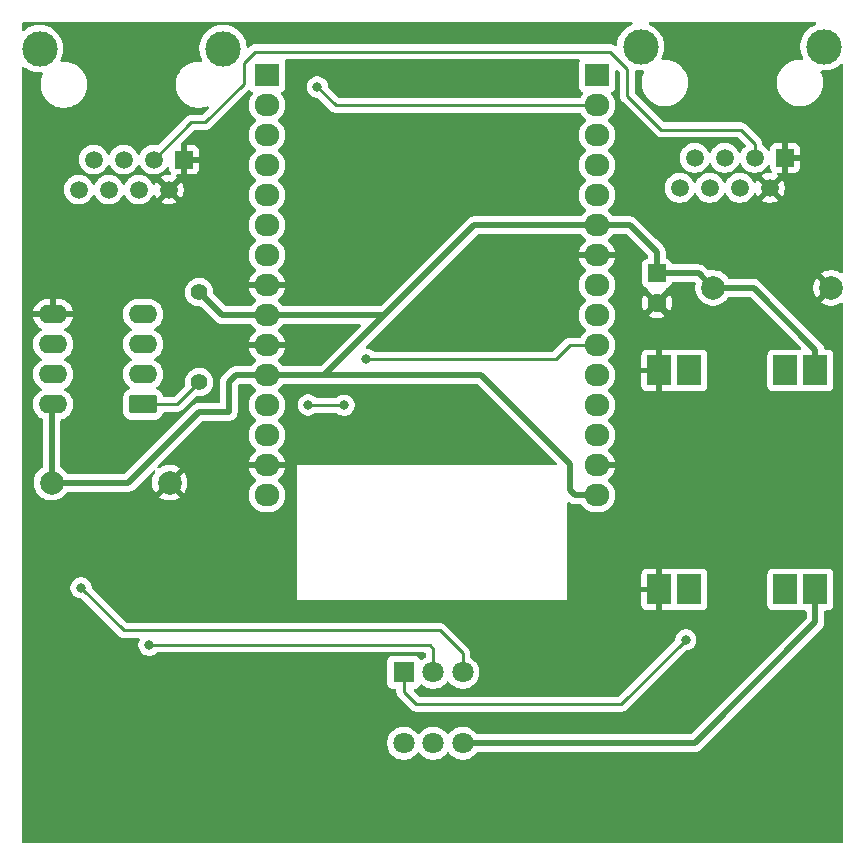
<source format=gbr>
%TF.GenerationSoftware,KiCad,Pcbnew,9.0.6*%
%TF.CreationDate,2025-12-01T16:28:18+01:00*%
%TF.ProjectId,Wavin-AHC-9000-mqtt,57617669-6e2d-4414-9843-2d393030302d,rev?*%
%TF.SameCoordinates,Original*%
%TF.FileFunction,Copper,L1,Top*%
%TF.FilePolarity,Positive*%
%FSLAX46Y46*%
G04 Gerber Fmt 4.6, Leading zero omitted, Abs format (unit mm)*
G04 Created by KiCad (PCBNEW 9.0.6) date 2025-12-01 16:28:18*
%MOMM*%
%LPD*%
G01*
G04 APERTURE LIST*
G04 Aperture macros list*
%AMRoundRect*
0 Rectangle with rounded corners*
0 $1 Rounding radius*
0 $2 $3 $4 $5 $6 $7 $8 $9 X,Y pos of 4 corners*
0 Add a 4 corners polygon primitive as box body*
4,1,4,$2,$3,$4,$5,$6,$7,$8,$9,$2,$3,0*
0 Add four circle primitives for the rounded corners*
1,1,$1+$1,$2,$3*
1,1,$1+$1,$4,$5*
1,1,$1+$1,$6,$7*
1,1,$1+$1,$8,$9*
0 Add four rect primitives between the rounded corners*
20,1,$1+$1,$2,$3,$4,$5,0*
20,1,$1+$1,$4,$5,$6,$7,0*
20,1,$1+$1,$6,$7,$8,$9,0*
20,1,$1+$1,$8,$9,$2,$3,0*%
G04 Aperture macros list end*
%TA.AperFunction,ComponentPad*%
%ADD10R,1.500000X1.500000*%
%TD*%
%TA.AperFunction,ComponentPad*%
%ADD11C,1.500000*%
%TD*%
%TA.AperFunction,ComponentPad*%
%ADD12C,3.000000*%
%TD*%
%TA.AperFunction,ComponentPad*%
%ADD13C,2.000000*%
%TD*%
%TA.AperFunction,ComponentPad*%
%ADD14RoundRect,0.250000X-0.550000X0.550000X-0.550000X-0.550000X0.550000X-0.550000X0.550000X0.550000X0*%
%TD*%
%TA.AperFunction,ComponentPad*%
%ADD15C,1.600000*%
%TD*%
%TA.AperFunction,ComponentPad*%
%ADD16R,2.100000X1.900000*%
%TD*%
%TA.AperFunction,ComponentPad*%
%ADD17O,2.100000X1.900000*%
%TD*%
%TA.AperFunction,ComponentPad*%
%ADD18C,1.400000*%
%TD*%
%TA.AperFunction,ComponentPad*%
%ADD19RoundRect,0.250000X0.950000X0.550000X-0.950000X0.550000X-0.950000X-0.550000X0.950000X-0.550000X0*%
%TD*%
%TA.AperFunction,ComponentPad*%
%ADD20O,2.400000X1.600000*%
%TD*%
%TA.AperFunction,ComponentPad*%
%ADD21R,1.800000X1.800000*%
%TD*%
%TA.AperFunction,ComponentPad*%
%ADD22C,1.800000*%
%TD*%
%TA.AperFunction,ComponentPad*%
%ADD23R,2.032000X2.540000*%
%TD*%
%TA.AperFunction,ViaPad*%
%ADD24C,0.800000*%
%TD*%
%TA.AperFunction,Conductor*%
%ADD25C,0.500000*%
%TD*%
%TA.AperFunction,Conductor*%
%ADD26C,0.250000*%
%TD*%
G04 APERTURE END LIST*
D10*
%TO.P,J2,1*%
%TO.N,GND*%
X143830000Y-87000000D03*
D11*
%TO.P,J2,2*%
X142560000Y-89540000D03*
%TO.P,J2,3*%
%TO.N,Net-(U3-B)*%
X141290000Y-87000000D03*
%TO.P,J2,4*%
%TO.N,unconnected-(J2-Pad4)*%
X140020000Y-89540000D03*
%TO.P,J2,5*%
%TO.N,unconnected-(J2-Pad5)*%
X138750000Y-87000000D03*
%TO.P,J2,6*%
%TO.N,Net-(J2-Pad6)*%
X137480000Y-89540000D03*
%TO.P,J2,7*%
%TO.N,Net-(J2-Pad7)*%
X136210000Y-87000000D03*
%TO.P,J2,8*%
X134940000Y-89540000D03*
D12*
%TO.P,J2,SH*%
%TO.N,N/C*%
X147155000Y-77600000D03*
X131615000Y-77600000D03*
%TD*%
D13*
%TO.P,C1,1*%
%TO.N,VCC*%
X81750000Y-114500000D03*
%TO.P,C1,2*%
%TO.N,GND*%
X91750000Y-114500000D03*
%TD*%
D14*
%TO.P,C3,1*%
%TO.N,VCC*%
X133000000Y-96771100D03*
D15*
%TO.P,C3,2*%
%TO.N,GND*%
X133000000Y-99271100D03*
%TD*%
D10*
%TO.P,J1,1*%
%TO.N,GND*%
X92945000Y-87155000D03*
D11*
%TO.P,J1,2*%
X91675000Y-89695000D03*
%TO.P,J1,3*%
%TO.N,Net-(U3-B)*%
X90405000Y-87155000D03*
%TO.P,J1,4*%
%TO.N,unconnected-(J1-Pad4)*%
X89135000Y-89695000D03*
%TO.P,J1,5*%
%TO.N,unconnected-(J1-Pad5)*%
X87865000Y-87155000D03*
%TO.P,J1,6*%
%TO.N,Net-(J1-Pad6)*%
X86595000Y-89695000D03*
%TO.P,J1,7*%
%TO.N,Net-(J1-Pad7)*%
X85325000Y-87155000D03*
%TO.P,J1,8*%
X84055000Y-89695000D03*
D12*
%TO.P,J1,SH*%
%TO.N,N/C*%
X96270000Y-77755000D03*
X80730000Y-77755000D03*
%TD*%
D16*
%TO.P,U1,1,A0*%
%TO.N,unconnected-(U1-A0-Pad1)*%
X100000000Y-80000000D03*
D17*
%TO.P,U1,2,RSV*%
%TO.N,unconnected-(U1-RSV-Pad2)*%
X100000000Y-82540000D03*
%TO.P,U1,3,RSV*%
%TO.N,unconnected-(U1-RSV-Pad3)*%
X100000000Y-85080000D03*
%TO.P,U1,4,RSV*%
%TO.N,unconnected-(U1-RSV-Pad4)*%
X100000000Y-87620000D03*
%TO.P,U1,5,RSV*%
%TO.N,unconnected-(U1-RSV-Pad5)*%
X100000000Y-90160000D03*
%TO.P,U1,6,RSV*%
%TO.N,unconnected-(U1-RSV-Pad6)*%
X100000000Y-92700000D03*
%TO.P,U1,7,RSV*%
%TO.N,unconnected-(U1-RSV-Pad7)*%
X100000000Y-95240000D03*
%TO.P,U1,8,GND*%
%TO.N,GND*%
X100000000Y-97780000D03*
%TO.P,U1,9,3V3*%
%TO.N,VCC*%
X100000000Y-100320000D03*
%TO.P,U1,10,GND*%
%TO.N,GND*%
X100000000Y-102860000D03*
%TO.P,U1,11,3V3*%
%TO.N,VCC*%
X100000000Y-105400000D03*
%TO.P,U1,12,EN*%
%TO.N,unconnected-(U1-EN-Pad12)*%
X100000000Y-107940000D03*
%TO.P,U1,13,RST*%
%TO.N,unconnected-(U1-RST-Pad13)*%
X100000000Y-110480000D03*
%TO.P,U1,14,GND*%
%TO.N,GND*%
X100000000Y-113020000D03*
%TO.P,U1,15,5V*%
%TO.N,unconnected-(U1-5V-Pad15)*%
X100000000Y-115560000D03*
%TO.P,U1,16,3V3*%
%TO.N,VCC*%
X127940000Y-115560000D03*
%TO.P,U1,17,GND*%
%TO.N,GND*%
X127940000Y-113020000D03*
%TO.P,U1,18,TX*%
%TO.N,unconnected-(U1-TX-Pad18)*%
X127940000Y-110480000D03*
%TO.P,U1,19,RX*%
%TO.N,unconnected-(U1-RX-Pad19)*%
X127940000Y-107940000D03*
%TO.P,U1,20,D8*%
%TO.N,Net-(U1-D8)*%
X127940000Y-105400000D03*
%TO.P,U1,21,D7*%
%TO.N,Net-(U1-D7)*%
X127940000Y-102860000D03*
%TO.P,U1,22,D6*%
%TO.N,unconnected-(U1-D6-Pad22)*%
X127940000Y-100320000D03*
%TO.P,U1,23,D5*%
%TO.N,unconnected-(U1-D5-Pad23)*%
X127940000Y-97780000D03*
%TO.P,U1,24,GND*%
%TO.N,GND*%
X127940000Y-95240000D03*
%TO.P,U1,25,3V3*%
%TO.N,VCC*%
X127940000Y-92700000D03*
%TO.P,U1,26,D4*%
%TO.N,unconnected-(U1-D4-Pad26)*%
X127940000Y-90160000D03*
%TO.P,U1,27,D3*%
%TO.N,unconnected-(U1-D3-Pad27)*%
X127940000Y-87620000D03*
%TO.P,U1,28,D2*%
%TO.N,unconnected-(U1-D2-Pad28)*%
X127940000Y-85080000D03*
%TO.P,U1,29,D1*%
%TO.N,Net-(U1-D1)*%
X127940000Y-82540000D03*
D16*
%TO.P,U1,30,D0*%
%TO.N,unconnected-(U1-D0-Pad30)*%
X127940000Y-80000000D03*
%TD*%
D18*
%TO.P,R1,1*%
%TO.N,VCC*%
X94250000Y-98380000D03*
%TO.P,R1,2*%
%TO.N,Net-(U1-D7)*%
X94250000Y-106000000D03*
%TD*%
D19*
%TO.P,U3,1,RO*%
%TO.N,Net-(U1-D7)*%
X89500000Y-107870000D03*
D20*
%TO.P,U3,2,~{RE}*%
%TO.N,Net-(U1-D1)*%
X89500000Y-105330000D03*
%TO.P,U3,3,DE*%
X89500000Y-102790000D03*
%TO.P,U3,4,DI*%
%TO.N,Net-(U1-D8)*%
X89500000Y-100250000D03*
%TO.P,U3,5,GND*%
%TO.N,GND*%
X81880000Y-100250000D03*
%TO.P,U3,6,A*%
%TO.N,Net-(U3-A)*%
X81880000Y-102790000D03*
%TO.P,U3,7,B*%
%TO.N,Net-(U3-B)*%
X81880000Y-105330000D03*
%TO.P,U3,8,VCC*%
%TO.N,VCC*%
X81880000Y-107870000D03*
%TD*%
D21*
%TO.P,SW1,1,A*%
%TO.N,Net-(J2-Pad6)*%
X111555000Y-130555000D03*
D22*
%TO.P,SW1,2,B*%
%TO.N,Net-(J1-Pad6)*%
X114055000Y-130555000D03*
%TO.P,SW1,3,C*%
%TO.N,Net-(U3-A)*%
X116555000Y-130555000D03*
%TO.P,SW1,4,A*%
%TO.N,Net-(J2-Pad7)*%
X111555000Y-136555000D03*
%TO.P,SW1,5,B*%
%TO.N,Net-(J1-Pad7)*%
X114055000Y-136555000D03*
%TO.P,SW1,6,C*%
%TO.N,Net-(A1-IN+-Pad1)*%
X116555000Y-136555000D03*
%TD*%
D23*
%TO.P,A1,1,IN+*%
%TO.N,Net-(A1-IN+-Pad1)*%
X146418000Y-123542000D03*
%TO.P,A1,2,IN+*%
%TO.N,unconnected-(A1-IN+-Pad2)*%
X143878000Y-123542000D03*
%TO.P,A1,3,IN-*%
%TO.N,unconnected-(A1-IN--Pad3)*%
X135750000Y-123542000D03*
%TO.P,A1,4,IN-*%
%TO.N,GND*%
X133210000Y-123542000D03*
%TO.P,A1,5,OUT+*%
%TO.N,VCC*%
X146418000Y-105000000D03*
%TO.P,A1,6,OUT+*%
%TO.N,unconnected-(A1-OUT+-Pad6)*%
X143878000Y-105000000D03*
%TO.P,A1,7,OUT-*%
%TO.N,unconnected-(A1-OUT--Pad7)*%
X135750000Y-105000000D03*
%TO.P,A1,8,OUT-*%
%TO.N,GND*%
X133210000Y-105000000D03*
%TD*%
D13*
%TO.P,C2,1*%
%TO.N,VCC*%
X137750000Y-98000000D03*
%TO.P,C2,2*%
%TO.N,GND*%
X147750000Y-98000000D03*
%TD*%
D24*
%TO.N,GND*%
X104250000Y-102500000D03*
X113250000Y-102500000D03*
X108500000Y-97625000D03*
%TO.N,Net-(J1-Pad6)*%
X90000000Y-128250000D03*
%TO.N,Net-(J2-Pad6)*%
X135450000Y-127800000D03*
%TO.N,Net-(U1-D7)*%
X108394200Y-104044200D03*
%TO.N,Net-(U3-A)*%
X84250000Y-123400000D03*
%TO.N,Net-(U1-D1)*%
X104250000Y-81000000D03*
%TO.N,Net-(U1-D8)*%
X103486547Y-107926547D03*
X106500000Y-107940000D03*
%TD*%
D25*
%TO.N,Net-(A1-IN+-Pad1)*%
X116555000Y-136555000D02*
X136195000Y-136555000D01*
X136195000Y-136555000D02*
X146418000Y-126332000D01*
X146418000Y-126332000D02*
X146418000Y-126168000D01*
X146418000Y-126168000D02*
X146418000Y-123542000D01*
%TO.N,VCC*%
X137750000Y-98000000D02*
X136521000Y-96771100D01*
X118135000Y-105400000D02*
X104850000Y-105400000D01*
X127940000Y-115560000D02*
X126060000Y-115560000D01*
X96750000Y-108500000D02*
X94250000Y-108500000D01*
X81750000Y-108000000D02*
X81880000Y-107870000D01*
X96190000Y-100320000D02*
X100000000Y-100320000D01*
X133000000Y-95000000D02*
X130700000Y-92700000D01*
X126060000Y-115560000D02*
X125651000Y-115151000D01*
X141188000Y-98000000D02*
X137750000Y-98000000D01*
X146418000Y-103230000D02*
X141188000Y-98000000D01*
X125651000Y-115151000D02*
X125651000Y-112916000D01*
X104850000Y-105400000D02*
X100000000Y-105400000D01*
X81750000Y-114500000D02*
X81750000Y-108000000D01*
X117550000Y-92700000D02*
X109930000Y-100320000D01*
X125651000Y-112916000D02*
X118135000Y-105400000D01*
X130700000Y-92700000D02*
X127940000Y-92700000D01*
X109930000Y-100320000D02*
X104850000Y-105400000D01*
X88250000Y-114500000D02*
X81750000Y-114500000D01*
X94250000Y-98380000D02*
X96190000Y-100320000D01*
X100000000Y-105400000D02*
X97350000Y-105400000D01*
X127940000Y-92700000D02*
X117550000Y-92700000D01*
X146418000Y-105000000D02*
X146418000Y-103230000D01*
X136521000Y-96771100D02*
X133000000Y-96771100D01*
X133000000Y-96771100D02*
X133000000Y-95000000D01*
X97350000Y-105400000D02*
X96750000Y-106000000D01*
X100000000Y-100320000D02*
X109930000Y-100320000D01*
X96750000Y-106000000D02*
X96750000Y-108500000D01*
X94250000Y-108500000D02*
X88250000Y-114500000D01*
D26*
%TO.N,Net-(U3-B)*%
X130500000Y-79500000D02*
X130500000Y-81750000D01*
X99000000Y-78000000D02*
X129000000Y-78000000D01*
X133366400Y-84616400D02*
X140116400Y-84616400D01*
X98000000Y-79000000D02*
X99000000Y-78000000D01*
X93560000Y-84000000D02*
X94750000Y-84000000D01*
X90405000Y-87155000D02*
X93560000Y-84000000D01*
X140116400Y-84616400D02*
X141290000Y-85790000D01*
X98000000Y-80750000D02*
X98000000Y-79000000D01*
X94750000Y-84000000D02*
X98000000Y-80750000D01*
X129000000Y-78000000D02*
X130500000Y-79500000D01*
X130500000Y-81750000D02*
X133366400Y-84616400D01*
X141290000Y-85790000D02*
X141290000Y-87000000D01*
%TO.N,Net-(J1-Pad6)*%
X90000000Y-128250000D02*
X113750000Y-128250000D01*
X113750000Y-128250000D02*
X114055000Y-128555000D01*
X114055000Y-128555000D02*
X114055000Y-130555000D01*
%TO.N,Net-(J2-Pad6)*%
X130000000Y-133250000D02*
X135450000Y-127800000D01*
X111555000Y-130555000D02*
X111555000Y-132180000D01*
X112625000Y-133250000D02*
X130000000Y-133250000D01*
X111555000Y-132180000D02*
X112625000Y-133250000D01*
%TO.N,Net-(U1-D7)*%
X127940000Y-102860000D02*
X125640000Y-102860000D01*
X92380000Y-107870000D02*
X89500000Y-107870000D01*
X125640000Y-102860000D02*
X124455800Y-104044200D01*
X94250000Y-106000000D02*
X92380000Y-107870000D01*
X124455800Y-104044200D02*
X108394200Y-104044200D01*
%TO.N,Net-(U3-A)*%
X84250000Y-123400000D02*
X87850000Y-127000000D01*
X114625000Y-127000000D02*
X116555000Y-128930000D01*
X116555000Y-128930000D02*
X116555000Y-130555000D01*
X87850000Y-127000000D02*
X114625000Y-127000000D01*
%TO.N,Net-(U1-D1)*%
X105790000Y-82540000D02*
X104250000Y-81000000D01*
X127940000Y-82540000D02*
X105790000Y-82540000D01*
%TO.N,Net-(U1-D8)*%
X106500000Y-107940000D02*
X103500000Y-107940000D01*
X103500000Y-107940000D02*
X103486547Y-107926547D01*
%TD*%
%TA.AperFunction,Conductor*%
%TO.N,GND*%
G36*
X130900940Y-75519685D02*
G01*
X130946695Y-75572489D01*
X130956639Y-75641647D01*
X130927614Y-75705203D01*
X130881354Y-75738561D01*
X130728309Y-75801954D01*
X130728299Y-75801958D01*
X130501196Y-75933075D01*
X130293148Y-76092718D01*
X130107718Y-76278148D01*
X129948075Y-76486196D01*
X129816958Y-76713299D01*
X129816953Y-76713309D01*
X129716605Y-76955571D01*
X129716602Y-76955581D01*
X129648730Y-77208885D01*
X129616953Y-77450246D01*
X129588686Y-77514142D01*
X129530362Y-77552613D01*
X129460497Y-77553444D01*
X129421203Y-77534432D01*
X129413264Y-77528673D01*
X129398733Y-77514142D01*
X129330994Y-77468880D01*
X129296286Y-77445688D01*
X129296287Y-77445688D01*
X129296285Y-77445687D01*
X129256822Y-77429342D01*
X129215792Y-77412347D01*
X129182452Y-77398537D01*
X129122029Y-77386518D01*
X129117306Y-77385578D01*
X129117304Y-77385578D01*
X129061610Y-77374500D01*
X129061607Y-77374500D01*
X129061606Y-77374500D01*
X99067741Y-77374500D01*
X99067721Y-77374499D01*
X99061607Y-77374499D01*
X98938394Y-77374499D01*
X98837597Y-77394548D01*
X98837592Y-77394548D01*
X98817549Y-77398536D01*
X98817547Y-77398536D01*
X98770397Y-77418067D01*
X98703719Y-77445685D01*
X98703717Y-77445686D01*
X98601266Y-77514141D01*
X98601263Y-77514144D01*
X98474013Y-77641395D01*
X98412690Y-77674880D01*
X98342998Y-77669896D01*
X98287065Y-77628024D01*
X98263393Y-77569900D01*
X98236270Y-77363884D01*
X98168398Y-77110581D01*
X98104191Y-76955571D01*
X98068046Y-76868309D01*
X98068041Y-76868299D01*
X97936924Y-76641196D01*
X97777281Y-76433148D01*
X97777274Y-76433140D01*
X97591860Y-76247726D01*
X97591851Y-76247718D01*
X97383803Y-76088075D01*
X97156700Y-75956958D01*
X97156690Y-75956953D01*
X96914428Y-75856605D01*
X96914421Y-75856603D01*
X96914419Y-75856602D01*
X96661116Y-75788730D01*
X96603339Y-75781123D01*
X96401127Y-75754500D01*
X96401120Y-75754500D01*
X96138880Y-75754500D01*
X96138872Y-75754500D01*
X95907772Y-75784926D01*
X95878884Y-75788730D01*
X95625581Y-75856602D01*
X95625571Y-75856605D01*
X95383309Y-75956953D01*
X95383299Y-75956958D01*
X95156196Y-76088075D01*
X94948148Y-76247718D01*
X94762718Y-76433148D01*
X94603075Y-76641196D01*
X94471958Y-76868299D01*
X94471953Y-76868309D01*
X94371605Y-77110571D01*
X94371602Y-77110581D01*
X94303730Y-77363884D01*
X94302332Y-77374500D01*
X94269500Y-77623872D01*
X94269500Y-77886127D01*
X94283323Y-77991114D01*
X94303730Y-78146116D01*
X94339500Y-78279612D01*
X94371602Y-78399418D01*
X94371605Y-78399428D01*
X94471953Y-78641690D01*
X94471958Y-78641699D01*
X94486672Y-78667184D01*
X94503145Y-78735084D01*
X94480293Y-78801111D01*
X94425371Y-78844301D01*
X94363103Y-78852124D01*
X94343172Y-78849500D01*
X94343170Y-78849500D01*
X94086830Y-78849500D01*
X94086824Y-78849500D01*
X94086819Y-78849501D01*
X93832685Y-78882958D01*
X93585075Y-78949305D01*
X93348260Y-79047396D01*
X93348245Y-79047403D01*
X93126250Y-79175571D01*
X92922882Y-79331623D01*
X92741623Y-79512882D01*
X92585571Y-79716250D01*
X92457403Y-79938245D01*
X92457396Y-79938260D01*
X92359305Y-80175075D01*
X92292958Y-80422685D01*
X92259501Y-80676819D01*
X92259500Y-80676836D01*
X92259500Y-80933163D01*
X92259501Y-80933180D01*
X92287362Y-81144809D01*
X92292959Y-81187318D01*
X92313149Y-81262667D01*
X92359305Y-81434924D01*
X92457396Y-81671739D01*
X92457403Y-81671754D01*
X92585571Y-81893749D01*
X92741623Y-82097117D01*
X92741631Y-82097126D01*
X92922874Y-82278369D01*
X92922882Y-82278376D01*
X93126250Y-82434428D01*
X93348245Y-82562596D01*
X93348260Y-82562603D01*
X93371046Y-82572041D01*
X93585076Y-82660695D01*
X93832682Y-82727041D01*
X94086830Y-82760500D01*
X94086837Y-82760500D01*
X94343163Y-82760500D01*
X94343170Y-82760500D01*
X94597318Y-82727041D01*
X94844924Y-82660695D01*
X94883192Y-82644843D01*
X94952658Y-82637375D01*
X95015137Y-82668649D01*
X95050790Y-82728738D01*
X95048297Y-82798563D01*
X95018323Y-82847086D01*
X94527229Y-83338181D01*
X94465906Y-83371666D01*
X94439548Y-83374500D01*
X93498389Y-83374500D01*
X93447535Y-83384615D01*
X93447530Y-83384616D01*
X93437971Y-83386518D01*
X93377548Y-83398537D01*
X93330397Y-83418067D01*
X93263715Y-83445688D01*
X93263714Y-83445689D01*
X93241347Y-83460633D01*
X93241344Y-83460635D01*
X93161268Y-83514140D01*
X93117705Y-83557703D01*
X93074142Y-83601267D01*
X93074139Y-83601270D01*
X90779011Y-85896397D01*
X90717688Y-85929882D01*
X90671932Y-85931189D01*
X90503422Y-85904500D01*
X90503417Y-85904500D01*
X90306583Y-85904500D01*
X90306578Y-85904500D01*
X90112173Y-85935290D01*
X89924970Y-85996117D01*
X89749594Y-86085476D01*
X89670943Y-86142620D01*
X89590354Y-86201172D01*
X89590352Y-86201174D01*
X89590351Y-86201174D01*
X89451174Y-86340351D01*
X89451174Y-86340352D01*
X89451172Y-86340354D01*
X89438953Y-86357172D01*
X89335476Y-86499594D01*
X89245485Y-86676213D01*
X89197511Y-86727009D01*
X89129690Y-86743804D01*
X89063555Y-86721267D01*
X89024515Y-86676213D01*
X88975832Y-86580667D01*
X88934524Y-86499595D01*
X88818828Y-86340354D01*
X88679646Y-86201172D01*
X88520405Y-86085476D01*
X88345029Y-85996117D01*
X88157826Y-85935290D01*
X87963422Y-85904500D01*
X87963417Y-85904500D01*
X87766583Y-85904500D01*
X87766578Y-85904500D01*
X87572173Y-85935290D01*
X87384970Y-85996117D01*
X87209594Y-86085476D01*
X87130943Y-86142620D01*
X87050354Y-86201172D01*
X87050352Y-86201174D01*
X87050351Y-86201174D01*
X86911174Y-86340351D01*
X86911174Y-86340352D01*
X86911172Y-86340354D01*
X86898953Y-86357172D01*
X86795476Y-86499594D01*
X86705485Y-86676213D01*
X86657511Y-86727009D01*
X86589690Y-86743804D01*
X86523555Y-86721267D01*
X86484515Y-86676213D01*
X86435832Y-86580667D01*
X86394524Y-86499595D01*
X86278828Y-86340354D01*
X86139646Y-86201172D01*
X85980405Y-86085476D01*
X85805029Y-85996117D01*
X85617826Y-85935290D01*
X85423422Y-85904500D01*
X85423417Y-85904500D01*
X85226583Y-85904500D01*
X85226578Y-85904500D01*
X85032173Y-85935290D01*
X84844970Y-85996117D01*
X84669594Y-86085476D01*
X84590943Y-86142620D01*
X84510354Y-86201172D01*
X84510352Y-86201174D01*
X84510351Y-86201174D01*
X84371174Y-86340351D01*
X84371174Y-86340352D01*
X84371172Y-86340354D01*
X84358953Y-86357172D01*
X84255476Y-86499594D01*
X84166117Y-86674970D01*
X84105290Y-86862173D01*
X84074500Y-87056577D01*
X84074500Y-87253422D01*
X84105290Y-87447826D01*
X84166117Y-87635029D01*
X84236431Y-87773027D01*
X84255476Y-87810405D01*
X84371172Y-87969646D01*
X84510354Y-88108828D01*
X84669595Y-88224524D01*
X84743513Y-88262187D01*
X84844970Y-88313882D01*
X84844972Y-88313882D01*
X84844975Y-88313884D01*
X84945317Y-88346487D01*
X85032173Y-88374709D01*
X85226578Y-88405500D01*
X85226583Y-88405500D01*
X85423422Y-88405500D01*
X85617826Y-88374709D01*
X85695789Y-88349377D01*
X85805025Y-88313884D01*
X85980405Y-88224524D01*
X86139646Y-88108828D01*
X86278828Y-87969646D01*
X86394524Y-87810405D01*
X86416615Y-87767048D01*
X86484515Y-87633787D01*
X86532489Y-87582990D01*
X86600310Y-87566195D01*
X86666445Y-87588732D01*
X86705485Y-87633787D01*
X86795474Y-87810403D01*
X86799317Y-87815692D01*
X86911172Y-87969646D01*
X87050354Y-88108828D01*
X87209595Y-88224524D01*
X87283513Y-88262187D01*
X87384970Y-88313882D01*
X87384972Y-88313882D01*
X87384975Y-88313884D01*
X87485317Y-88346487D01*
X87572173Y-88374709D01*
X87766578Y-88405500D01*
X87766583Y-88405500D01*
X87963422Y-88405500D01*
X88157826Y-88374709D01*
X88235789Y-88349377D01*
X88345025Y-88313884D01*
X88520405Y-88224524D01*
X88679646Y-88108828D01*
X88818828Y-87969646D01*
X88934524Y-87810405D01*
X88956615Y-87767048D01*
X89024515Y-87633787D01*
X89072489Y-87582990D01*
X89140310Y-87566195D01*
X89206445Y-87588732D01*
X89245485Y-87633787D01*
X89335474Y-87810403D01*
X89339317Y-87815692D01*
X89451172Y-87969646D01*
X89590354Y-88108828D01*
X89749595Y-88224524D01*
X89823513Y-88262187D01*
X89924970Y-88313882D01*
X89924972Y-88313882D01*
X89924975Y-88313884D01*
X90025317Y-88346487D01*
X90112173Y-88374709D01*
X90306578Y-88405500D01*
X90306583Y-88405500D01*
X90503422Y-88405500D01*
X90697826Y-88374709D01*
X90775789Y-88349377D01*
X90885025Y-88313884D01*
X91060405Y-88224524D01*
X91219646Y-88108828D01*
X91358828Y-87969646D01*
X91470683Y-87815690D01*
X91526012Y-87773027D01*
X91595626Y-87767048D01*
X91657420Y-87799654D01*
X91691778Y-87860493D01*
X91695000Y-87888578D01*
X91695000Y-87952844D01*
X91701401Y-88012372D01*
X91701403Y-88012379D01*
X91751645Y-88147086D01*
X91751649Y-88147093D01*
X91826207Y-88246689D01*
X91850625Y-88312153D01*
X91835774Y-88380426D01*
X91786369Y-88429832D01*
X91726941Y-88445000D01*
X91576618Y-88445000D01*
X91382294Y-88475778D01*
X91195161Y-88536582D01*
X91019863Y-88625899D01*
X91019859Y-88625902D01*
X90984873Y-88651320D01*
X90984872Y-88651320D01*
X91586415Y-89252861D01*
X91501306Y-89275667D01*
X91398694Y-89334910D01*
X91314910Y-89418694D01*
X91255667Y-89521306D01*
X91232861Y-89606414D01*
X90631320Y-89004872D01*
X90631320Y-89004873D01*
X90605902Y-89039859D01*
X90515765Y-89216764D01*
X90467790Y-89267560D01*
X90399969Y-89284355D01*
X90333835Y-89261818D01*
X90294795Y-89216763D01*
X90204525Y-89039596D01*
X90158625Y-88976421D01*
X90088828Y-88880354D01*
X89949646Y-88741172D01*
X89790405Y-88625476D01*
X89615029Y-88536117D01*
X89427826Y-88475290D01*
X89233422Y-88444500D01*
X89233417Y-88444500D01*
X89036583Y-88444500D01*
X89036578Y-88444500D01*
X88842173Y-88475290D01*
X88654970Y-88536117D01*
X88479594Y-88625476D01*
X88388741Y-88691485D01*
X88320354Y-88741172D01*
X88320352Y-88741174D01*
X88320351Y-88741174D01*
X88181174Y-88880351D01*
X88181174Y-88880352D01*
X88181172Y-88880354D01*
X88177900Y-88884858D01*
X88065476Y-89039594D01*
X87975485Y-89216213D01*
X87927511Y-89267009D01*
X87859690Y-89283804D01*
X87793555Y-89261267D01*
X87754515Y-89216213D01*
X87701701Y-89112560D01*
X87664524Y-89039595D01*
X87548828Y-88880354D01*
X87409646Y-88741172D01*
X87250405Y-88625476D01*
X87075029Y-88536117D01*
X86887826Y-88475290D01*
X86693422Y-88444500D01*
X86693417Y-88444500D01*
X86496583Y-88444500D01*
X86496578Y-88444500D01*
X86302173Y-88475290D01*
X86114970Y-88536117D01*
X85939594Y-88625476D01*
X85848741Y-88691485D01*
X85780354Y-88741172D01*
X85780352Y-88741174D01*
X85780351Y-88741174D01*
X85641174Y-88880351D01*
X85641174Y-88880352D01*
X85641172Y-88880354D01*
X85637900Y-88884858D01*
X85525476Y-89039594D01*
X85435485Y-89216213D01*
X85387511Y-89267009D01*
X85319690Y-89283804D01*
X85253555Y-89261267D01*
X85214515Y-89216213D01*
X85161701Y-89112560D01*
X85124524Y-89039595D01*
X85008828Y-88880354D01*
X84869646Y-88741172D01*
X84710405Y-88625476D01*
X84535029Y-88536117D01*
X84347826Y-88475290D01*
X84153422Y-88444500D01*
X84153417Y-88444500D01*
X83956583Y-88444500D01*
X83956578Y-88444500D01*
X83762173Y-88475290D01*
X83574970Y-88536117D01*
X83399594Y-88625476D01*
X83308741Y-88691485D01*
X83240354Y-88741172D01*
X83240352Y-88741174D01*
X83240351Y-88741174D01*
X83101174Y-88880351D01*
X83101174Y-88880352D01*
X83101172Y-88880354D01*
X83097900Y-88884858D01*
X82985476Y-89039594D01*
X82896117Y-89214970D01*
X82835290Y-89402173D01*
X82804500Y-89596577D01*
X82804500Y-89793422D01*
X82835290Y-89987826D01*
X82896117Y-90175029D01*
X82985343Y-90350143D01*
X82985476Y-90350405D01*
X83101172Y-90509646D01*
X83240354Y-90648828D01*
X83399595Y-90764524D01*
X83449595Y-90790000D01*
X83574970Y-90853882D01*
X83574972Y-90853882D01*
X83574975Y-90853884D01*
X83675317Y-90886487D01*
X83762173Y-90914709D01*
X83956578Y-90945500D01*
X83956583Y-90945500D01*
X84153422Y-90945500D01*
X84347826Y-90914709D01*
X84349328Y-90914221D01*
X84535025Y-90853884D01*
X84710405Y-90764524D01*
X84869646Y-90648828D01*
X85008828Y-90509646D01*
X85124524Y-90350405D01*
X85131957Y-90335816D01*
X85214515Y-90173787D01*
X85262489Y-90122990D01*
X85330310Y-90106195D01*
X85396445Y-90128732D01*
X85435485Y-90173787D01*
X85525474Y-90350403D01*
X85550702Y-90385125D01*
X85641172Y-90509646D01*
X85780354Y-90648828D01*
X85939595Y-90764524D01*
X85989595Y-90790000D01*
X86114970Y-90853882D01*
X86114972Y-90853882D01*
X86114975Y-90853884D01*
X86215317Y-90886487D01*
X86302173Y-90914709D01*
X86496578Y-90945500D01*
X86496583Y-90945500D01*
X86693422Y-90945500D01*
X86887826Y-90914709D01*
X86889328Y-90914221D01*
X87075025Y-90853884D01*
X87250405Y-90764524D01*
X87409646Y-90648828D01*
X87548828Y-90509646D01*
X87664524Y-90350405D01*
X87671957Y-90335816D01*
X87754515Y-90173787D01*
X87802489Y-90122990D01*
X87870310Y-90106195D01*
X87936445Y-90128732D01*
X87975485Y-90173787D01*
X88065474Y-90350403D01*
X88090702Y-90385125D01*
X88181172Y-90509646D01*
X88320354Y-90648828D01*
X88479595Y-90764524D01*
X88529595Y-90790000D01*
X88654970Y-90853882D01*
X88654972Y-90853882D01*
X88654975Y-90853884D01*
X88755317Y-90886487D01*
X88842173Y-90914709D01*
X89036578Y-90945500D01*
X89036583Y-90945500D01*
X89233422Y-90945500D01*
X89427826Y-90914709D01*
X89429328Y-90914221D01*
X89615025Y-90853884D01*
X89790405Y-90764524D01*
X89949646Y-90648828D01*
X90088828Y-90509646D01*
X90204524Y-90350405D01*
X90293884Y-90175025D01*
X90293884Y-90175022D01*
X90294795Y-90173236D01*
X90342769Y-90122440D01*
X90410590Y-90105644D01*
X90476725Y-90128181D01*
X90515765Y-90173235D01*
X90605905Y-90350145D01*
X90631319Y-90385125D01*
X90631320Y-90385125D01*
X91232861Y-89783584D01*
X91255667Y-89868694D01*
X91314910Y-89971306D01*
X91398694Y-90055090D01*
X91501306Y-90114333D01*
X91586414Y-90137137D01*
X90984873Y-90738677D01*
X90984873Y-90738678D01*
X91019858Y-90764096D01*
X91195164Y-90853418D01*
X91382294Y-90914221D01*
X91576618Y-90945000D01*
X91773382Y-90945000D01*
X91967705Y-90914221D01*
X92154835Y-90853418D01*
X92330143Y-90764095D01*
X92365125Y-90738678D01*
X92365126Y-90738678D01*
X91763585Y-90137137D01*
X91848694Y-90114333D01*
X91951306Y-90055090D01*
X92035090Y-89971306D01*
X92094333Y-89868694D01*
X92117138Y-89783585D01*
X92718678Y-90385126D01*
X92718678Y-90385125D01*
X92744095Y-90350143D01*
X92833418Y-90174835D01*
X92894221Y-89987705D01*
X92925000Y-89793382D01*
X92925000Y-89596617D01*
X92894221Y-89402294D01*
X92833418Y-89215164D01*
X92744096Y-89039858D01*
X92718678Y-89004873D01*
X92718677Y-89004873D01*
X92117137Y-89606413D01*
X92094333Y-89521306D01*
X92035090Y-89418694D01*
X91951306Y-89334910D01*
X91848694Y-89275667D01*
X91763584Y-89252861D01*
X92365125Y-88651320D01*
X92365125Y-88651319D01*
X92334843Y-88629319D01*
X92292177Y-88573990D01*
X92286196Y-88504377D01*
X92318801Y-88442581D01*
X92379639Y-88408223D01*
X92407727Y-88405000D01*
X92695000Y-88405000D01*
X92695000Y-87530277D01*
X92771306Y-87574333D01*
X92885756Y-87605000D01*
X93004244Y-87605000D01*
X93118694Y-87574333D01*
X93195000Y-87530277D01*
X93195000Y-88405000D01*
X93742828Y-88405000D01*
X93742844Y-88404999D01*
X93802372Y-88398598D01*
X93802379Y-88398596D01*
X93937086Y-88348354D01*
X93937093Y-88348350D01*
X94052187Y-88262190D01*
X94052190Y-88262187D01*
X94138350Y-88147093D01*
X94138354Y-88147086D01*
X94188596Y-88012379D01*
X94188598Y-88012372D01*
X94194999Y-87952844D01*
X94195000Y-87952827D01*
X94195000Y-87405000D01*
X93320278Y-87405000D01*
X93364333Y-87328694D01*
X93395000Y-87214244D01*
X93395000Y-87095756D01*
X93364333Y-86981306D01*
X93320278Y-86905000D01*
X94195000Y-86905000D01*
X94195000Y-86357172D01*
X94194999Y-86357155D01*
X94188598Y-86297627D01*
X94188596Y-86297620D01*
X94138354Y-86162913D01*
X94138350Y-86162906D01*
X94052190Y-86047812D01*
X94052187Y-86047809D01*
X93937093Y-85961649D01*
X93937086Y-85961645D01*
X93802379Y-85911403D01*
X93802372Y-85911401D01*
X93742844Y-85905000D01*
X93195000Y-85905000D01*
X93195000Y-86779722D01*
X93118694Y-86735667D01*
X93004244Y-86705000D01*
X92885756Y-86705000D01*
X92771306Y-86735667D01*
X92695000Y-86779722D01*
X92695000Y-85896707D01*
X92671490Y-85853652D01*
X92676474Y-85783960D01*
X92704972Y-85739617D01*
X93782771Y-84661819D01*
X93844094Y-84628334D01*
X93870452Y-84625500D01*
X94811607Y-84625500D01*
X94872029Y-84613481D01*
X94932452Y-84601463D01*
X94965792Y-84587652D01*
X95046286Y-84554312D01*
X95097509Y-84520084D01*
X95148733Y-84485858D01*
X95235858Y-84398733D01*
X95235859Y-84398731D01*
X95242925Y-84391665D01*
X95242928Y-84391661D01*
X98377641Y-81256947D01*
X98438962Y-81223464D01*
X98508654Y-81228448D01*
X98564587Y-81270320D01*
X98592454Y-81307546D01*
X98592455Y-81307547D01*
X98707664Y-81393793D01*
X98707669Y-81393796D01*
X98737432Y-81404896D01*
X98793366Y-81446767D01*
X98817784Y-81512230D01*
X98802933Y-81580504D01*
X98794418Y-81593964D01*
X98659423Y-81779768D01*
X98555770Y-81983196D01*
X98485215Y-82200339D01*
X98449500Y-82425837D01*
X98449500Y-82654162D01*
X98485215Y-82879660D01*
X98555770Y-83096803D01*
X98625271Y-83233205D01*
X98659421Y-83300228D01*
X98793621Y-83484937D01*
X98955063Y-83646379D01*
X98955069Y-83646383D01*
X99042191Y-83709683D01*
X99084857Y-83765013D01*
X99090835Y-83834627D01*
X99058228Y-83896421D01*
X99042191Y-83910317D01*
X98955069Y-83973616D01*
X98955060Y-83973623D01*
X98793622Y-84135061D01*
X98659421Y-84319771D01*
X98555770Y-84523196D01*
X98485215Y-84740339D01*
X98449500Y-84965837D01*
X98449500Y-85194162D01*
X98485215Y-85419660D01*
X98555770Y-85636803D01*
X98642312Y-85806649D01*
X98659421Y-85840228D01*
X98793621Y-86024937D01*
X98955063Y-86186379D01*
X98955069Y-86186383D01*
X99042191Y-86249683D01*
X99084857Y-86305013D01*
X99090835Y-86374627D01*
X99058228Y-86436421D01*
X99042191Y-86450317D01*
X98955069Y-86513616D01*
X98955060Y-86513623D01*
X98793622Y-86675061D01*
X98659421Y-86859771D01*
X98555770Y-87063196D01*
X98485215Y-87280339D01*
X98449500Y-87505837D01*
X98449500Y-87734162D01*
X98485215Y-87959660D01*
X98555770Y-88176803D01*
X98643178Y-88348350D01*
X98659421Y-88380228D01*
X98793621Y-88564937D01*
X98955063Y-88726379D01*
X98955069Y-88726383D01*
X99042191Y-88789683D01*
X99084857Y-88845013D01*
X99090835Y-88914627D01*
X99058228Y-88976421D01*
X99042191Y-88990317D01*
X98955069Y-89053616D01*
X98955060Y-89053623D01*
X98793622Y-89215061D01*
X98659421Y-89399771D01*
X98555770Y-89603196D01*
X98485215Y-89820339D01*
X98449500Y-90045837D01*
X98449500Y-90274162D01*
X98485215Y-90499660D01*
X98555770Y-90716803D01*
X98625616Y-90853882D01*
X98659421Y-90920228D01*
X98793621Y-91104937D01*
X98955063Y-91266379D01*
X98955069Y-91266383D01*
X99042191Y-91329683D01*
X99084857Y-91385013D01*
X99090835Y-91454627D01*
X99058228Y-91516421D01*
X99042191Y-91530317D01*
X98955069Y-91593616D01*
X98955060Y-91593623D01*
X98793622Y-91755061D01*
X98659421Y-91939771D01*
X98555770Y-92143196D01*
X98485215Y-92360339D01*
X98449500Y-92585837D01*
X98449500Y-92814162D01*
X98485215Y-93039660D01*
X98555770Y-93256803D01*
X98654464Y-93450500D01*
X98659421Y-93460228D01*
X98793621Y-93644937D01*
X98955063Y-93806379D01*
X98955066Y-93806381D01*
X98955069Y-93806383D01*
X99042191Y-93869683D01*
X99084857Y-93925013D01*
X99090835Y-93994627D01*
X99058228Y-94056421D01*
X99042191Y-94070317D01*
X98955069Y-94133616D01*
X98955060Y-94133623D01*
X98793622Y-94295061D01*
X98659421Y-94479771D01*
X98555770Y-94683196D01*
X98485215Y-94900339D01*
X98449500Y-95125837D01*
X98449500Y-95354162D01*
X98485215Y-95579660D01*
X98555770Y-95796803D01*
X98632866Y-95948111D01*
X98659421Y-96000228D01*
X98793621Y-96184937D01*
X98955063Y-96346379D01*
X99042616Y-96409991D01*
X99085282Y-96465320D01*
X99091261Y-96534933D01*
X99058655Y-96596728D01*
X99042617Y-96610626D01*
X98955386Y-96674003D01*
X98794004Y-96835385D01*
X98659849Y-97020033D01*
X98556230Y-97223395D01*
X98485704Y-97440455D01*
X98471522Y-97530000D01*
X99555440Y-97530000D01*
X99524755Y-97583147D01*
X99490000Y-97712857D01*
X99490000Y-97847143D01*
X99524755Y-97976853D01*
X99555440Y-98030000D01*
X98471522Y-98030000D01*
X98485704Y-98119544D01*
X98556230Y-98336604D01*
X98659849Y-98539966D01*
X98794004Y-98724614D01*
X98955385Y-98885995D01*
X98955391Y-98886000D01*
X99042616Y-98949373D01*
X99085282Y-99004703D01*
X99091261Y-99074316D01*
X99058655Y-99136111D01*
X99042618Y-99150007D01*
X99016778Y-99168782D01*
X98955061Y-99213622D01*
X98793622Y-99375061D01*
X98689490Y-99518386D01*
X98634159Y-99561051D01*
X98589172Y-99569500D01*
X96552229Y-99569500D01*
X96485190Y-99549815D01*
X96464548Y-99533181D01*
X95486819Y-98555452D01*
X95453334Y-98494129D01*
X95450500Y-98467771D01*
X95450500Y-98285513D01*
X95420940Y-98098881D01*
X95381290Y-97976853D01*
X95362547Y-97919168D01*
X95362545Y-97919165D01*
X95362545Y-97919163D01*
X95305398Y-97807007D01*
X95276760Y-97750801D01*
X95165690Y-97597927D01*
X95032073Y-97464310D01*
X94879199Y-97353240D01*
X94843236Y-97334916D01*
X94710836Y-97267454D01*
X94531118Y-97209059D01*
X94344486Y-97179500D01*
X94344481Y-97179500D01*
X94155519Y-97179500D01*
X94155514Y-97179500D01*
X93968881Y-97209059D01*
X93789163Y-97267454D01*
X93620800Y-97353240D01*
X93533579Y-97416610D01*
X93467927Y-97464310D01*
X93467925Y-97464312D01*
X93467924Y-97464312D01*
X93334312Y-97597924D01*
X93334312Y-97597925D01*
X93334310Y-97597927D01*
X93297383Y-97648752D01*
X93223240Y-97750800D01*
X93137454Y-97919163D01*
X93079059Y-98098881D01*
X93049500Y-98285513D01*
X93049500Y-98474486D01*
X93079059Y-98661118D01*
X93137454Y-98840836D01*
X93207094Y-98977510D01*
X93223240Y-99009199D01*
X93334310Y-99162073D01*
X93467927Y-99295690D01*
X93620801Y-99406760D01*
X93657569Y-99425494D01*
X93789163Y-99492545D01*
X93789165Y-99492545D01*
X93789168Y-99492547D01*
X93868692Y-99518386D01*
X93968881Y-99550940D01*
X94155514Y-99580500D01*
X94337771Y-99580500D01*
X94404810Y-99600185D01*
X94425452Y-99616819D01*
X95711580Y-100902948D01*
X95711584Y-100902951D01*
X95834498Y-100985080D01*
X95834511Y-100985087D01*
X95971082Y-101041656D01*
X95971087Y-101041658D01*
X95971091Y-101041658D01*
X95971092Y-101041659D01*
X96116079Y-101070500D01*
X96116082Y-101070500D01*
X96263917Y-101070500D01*
X98589172Y-101070500D01*
X98656211Y-101090185D01*
X98689489Y-101121613D01*
X98793621Y-101264937D01*
X98955063Y-101426379D01*
X99042616Y-101489991D01*
X99085282Y-101545320D01*
X99091261Y-101614933D01*
X99058655Y-101676728D01*
X99042617Y-101690626D01*
X98955386Y-101754003D01*
X98794004Y-101915385D01*
X98659849Y-102100033D01*
X98556230Y-102303395D01*
X98485704Y-102520455D01*
X98471522Y-102610000D01*
X99555440Y-102610000D01*
X99524755Y-102663147D01*
X99490000Y-102792857D01*
X99490000Y-102927143D01*
X99524755Y-103056853D01*
X99555440Y-103110000D01*
X98471522Y-103110000D01*
X98485704Y-103199544D01*
X98556230Y-103416604D01*
X98659849Y-103619966D01*
X98794004Y-103804614D01*
X98955385Y-103965995D01*
X98955391Y-103966000D01*
X99042616Y-104029373D01*
X99085282Y-104084703D01*
X99091261Y-104154316D01*
X99058655Y-104216111D01*
X99042618Y-104230007D01*
X99015329Y-104249834D01*
X98955061Y-104293622D01*
X98793622Y-104455061D01*
X98689490Y-104598386D01*
X98634159Y-104641051D01*
X98589172Y-104649500D01*
X97276080Y-104649500D01*
X97131092Y-104678340D01*
X97131082Y-104678343D01*
X96994511Y-104734912D01*
X96994498Y-104734919D01*
X96897848Y-104799500D01*
X96897847Y-104799501D01*
X96871581Y-104817050D01*
X96871580Y-104817051D01*
X96167050Y-105521580D01*
X96155302Y-105539163D01*
X96126045Y-105582951D01*
X96084919Y-105644499D01*
X96084912Y-105644511D01*
X96028343Y-105781082D01*
X96028340Y-105781092D01*
X95999500Y-105926079D01*
X95999500Y-107625500D01*
X95979815Y-107692539D01*
X95927011Y-107738294D01*
X95875500Y-107749500D01*
X94176080Y-107749500D01*
X94031092Y-107778340D01*
X94031082Y-107778343D01*
X93894511Y-107834912D01*
X93894498Y-107834919D01*
X93771584Y-107917048D01*
X93771580Y-107917051D01*
X87975451Y-113713181D01*
X87914128Y-113746666D01*
X87887770Y-113749500D01*
X83122631Y-113749500D01*
X83055592Y-113729815D01*
X83022313Y-113698386D01*
X82973277Y-113630894D01*
X82894517Y-113522490D01*
X82727510Y-113355483D01*
X82646063Y-113296308D01*
X82551614Y-113227686D01*
X82508949Y-113172355D01*
X82500500Y-113127368D01*
X82500500Y-109255872D01*
X82520185Y-109188833D01*
X82572989Y-109143078D01*
X82586173Y-109137944D01*
X82779219Y-109075220D01*
X82961610Y-108982287D01*
X83090482Y-108888657D01*
X83127213Y-108861971D01*
X83127215Y-108861968D01*
X83127219Y-108861966D01*
X83271966Y-108717219D01*
X83271968Y-108717215D01*
X83271971Y-108717213D01*
X83338234Y-108626008D01*
X83392287Y-108551610D01*
X83485220Y-108369219D01*
X83548477Y-108174534D01*
X83580500Y-107972352D01*
X83580500Y-107767648D01*
X83566197Y-107677341D01*
X83548477Y-107565465D01*
X83519127Y-107475137D01*
X83485220Y-107370781D01*
X83485218Y-107370778D01*
X83485218Y-107370776D01*
X83433865Y-107269991D01*
X83392287Y-107188390D01*
X83348802Y-107128537D01*
X83271971Y-107022786D01*
X83127213Y-106878028D01*
X82961614Y-106757715D01*
X82955006Y-106754348D01*
X82868917Y-106710483D01*
X82818123Y-106662511D01*
X82801328Y-106594690D01*
X82823865Y-106528555D01*
X82868917Y-106489516D01*
X82961610Y-106442287D01*
X83050806Y-106377483D01*
X83127213Y-106321971D01*
X83127215Y-106321968D01*
X83127219Y-106321966D01*
X83271966Y-106177219D01*
X83271968Y-106177215D01*
X83271971Y-106177213D01*
X83324732Y-106104590D01*
X83392287Y-106011610D01*
X83485220Y-105829219D01*
X83548477Y-105634534D01*
X83580500Y-105432352D01*
X83580500Y-105227648D01*
X83575500Y-105196081D01*
X83548477Y-105025465D01*
X83501661Y-104881381D01*
X83485220Y-104830781D01*
X83485218Y-104830778D01*
X83485218Y-104830776D01*
X83415747Y-104694433D01*
X83392287Y-104648390D01*
X83370378Y-104618235D01*
X83271971Y-104482786D01*
X83127213Y-104338028D01*
X82961614Y-104217715D01*
X82955006Y-104214348D01*
X82868917Y-104170483D01*
X82818123Y-104122511D01*
X82801328Y-104054690D01*
X82823865Y-103988555D01*
X82868917Y-103949516D01*
X82961610Y-103902287D01*
X82982770Y-103886913D01*
X83127213Y-103781971D01*
X83127215Y-103781968D01*
X83127219Y-103781966D01*
X83271966Y-103637219D01*
X83271968Y-103637215D01*
X83271971Y-103637213D01*
X83355808Y-103521819D01*
X83392287Y-103471610D01*
X83485220Y-103289219D01*
X83548477Y-103094534D01*
X83580500Y-102892352D01*
X83580500Y-102687648D01*
X83554001Y-102520340D01*
X83548477Y-102485465D01*
X83504461Y-102350000D01*
X83485220Y-102290781D01*
X83485218Y-102290778D01*
X83485218Y-102290776D01*
X83447928Y-102217591D01*
X83392287Y-102108390D01*
X83384556Y-102097749D01*
X83271971Y-101942786D01*
X83127213Y-101798028D01*
X82961611Y-101677713D01*
X82868369Y-101630203D01*
X82817574Y-101582229D01*
X82800779Y-101514407D01*
X82823317Y-101448273D01*
X82868371Y-101409234D01*
X82961347Y-101361861D01*
X83126894Y-101241582D01*
X83126895Y-101241582D01*
X83271582Y-101096895D01*
X83271582Y-101096894D01*
X83391859Y-100931349D01*
X83484755Y-100749029D01*
X83547990Y-100554413D01*
X83556609Y-100500000D01*
X82195686Y-100500000D01*
X82200080Y-100495606D01*
X82252741Y-100404394D01*
X82280000Y-100302661D01*
X82280000Y-100197339D01*
X82266685Y-100147648D01*
X87799500Y-100147648D01*
X87799500Y-100352351D01*
X87831522Y-100554534D01*
X87894781Y-100749223D01*
X87919847Y-100798416D01*
X87973110Y-100902951D01*
X87987715Y-100931613D01*
X88108028Y-101097213D01*
X88252786Y-101241971D01*
X88407749Y-101354556D01*
X88418390Y-101362287D01*
X88509840Y-101408883D01*
X88511080Y-101409515D01*
X88561876Y-101457490D01*
X88578671Y-101525311D01*
X88556134Y-101591446D01*
X88511080Y-101630485D01*
X88418386Y-101677715D01*
X88252786Y-101798028D01*
X88108028Y-101942786D01*
X87987715Y-102108386D01*
X87894781Y-102290776D01*
X87831522Y-102485465D01*
X87799500Y-102687648D01*
X87799500Y-102892351D01*
X87831522Y-103094534D01*
X87894781Y-103289223D01*
X87987715Y-103471613D01*
X88108028Y-103637213D01*
X88252786Y-103781971D01*
X88407749Y-103894556D01*
X88418390Y-103902287D01*
X88509840Y-103948883D01*
X88511080Y-103949515D01*
X88561876Y-103997490D01*
X88578671Y-104065311D01*
X88556134Y-104131446D01*
X88511080Y-104170485D01*
X88418386Y-104217715D01*
X88252786Y-104338028D01*
X88108028Y-104482786D01*
X87987715Y-104648386D01*
X87894781Y-104830776D01*
X87831522Y-105025465D01*
X87799500Y-105227648D01*
X87799500Y-105432351D01*
X87831522Y-105634534D01*
X87894781Y-105829223D01*
X87987715Y-106011613D01*
X88108028Y-106177213D01*
X88108034Y-106177219D01*
X88252781Y-106321966D01*
X88346452Y-106390021D01*
X88389117Y-106445350D01*
X88395096Y-106514963D01*
X88362491Y-106576759D01*
X88312571Y-106608045D01*
X88230666Y-106635186D01*
X88230663Y-106635187D01*
X88081342Y-106727289D01*
X87957289Y-106851342D01*
X87865187Y-107000663D01*
X87865185Y-107000668D01*
X87845309Y-107060650D01*
X87810001Y-107167203D01*
X87810001Y-107167204D01*
X87810000Y-107167204D01*
X87799500Y-107269983D01*
X87799500Y-108470001D01*
X87799501Y-108470018D01*
X87810000Y-108572796D01*
X87810001Y-108572799D01*
X87857856Y-108717213D01*
X87865186Y-108739334D01*
X87957288Y-108888656D01*
X88081344Y-109012712D01*
X88230666Y-109104814D01*
X88397203Y-109159999D01*
X88499991Y-109170500D01*
X90500008Y-109170499D01*
X90602797Y-109159999D01*
X90769334Y-109104814D01*
X90918656Y-109012712D01*
X91042712Y-108888656D01*
X91134814Y-108739334D01*
X91187448Y-108580493D01*
X91227219Y-108523051D01*
X91291735Y-108496228D01*
X91305153Y-108495500D01*
X92441607Y-108495500D01*
X92502029Y-108483481D01*
X92562452Y-108471463D01*
X92595792Y-108457652D01*
X92676286Y-108424312D01*
X92732811Y-108386542D01*
X92778733Y-108355858D01*
X92865858Y-108268733D01*
X92865858Y-108268731D01*
X92876066Y-108258524D01*
X92876067Y-108258521D01*
X93919691Y-107214898D01*
X93981012Y-107181415D01*
X94026767Y-107180108D01*
X94043543Y-107182765D01*
X94155514Y-107200500D01*
X94155519Y-107200500D01*
X94344486Y-107200500D01*
X94531118Y-107170940D01*
X94566314Y-107159504D01*
X94710832Y-107112547D01*
X94879199Y-107026760D01*
X95032073Y-106915690D01*
X95165690Y-106782073D01*
X95276760Y-106629199D01*
X95362547Y-106460832D01*
X95420940Y-106281118D01*
X95433532Y-106201614D01*
X95450500Y-106094486D01*
X95450500Y-105905513D01*
X95420940Y-105718881D01*
X95362545Y-105539163D01*
X95308121Y-105432351D01*
X95276760Y-105370801D01*
X95165690Y-105217927D01*
X95032073Y-105084310D01*
X94879199Y-104973240D01*
X94710836Y-104887454D01*
X94531118Y-104829059D01*
X94344486Y-104799500D01*
X94344481Y-104799500D01*
X94155519Y-104799500D01*
X94155514Y-104799500D01*
X93968881Y-104829059D01*
X93789163Y-104887454D01*
X93620800Y-104973240D01*
X93548920Y-105025465D01*
X93467927Y-105084310D01*
X93467925Y-105084312D01*
X93467924Y-105084312D01*
X93334312Y-105217924D01*
X93334312Y-105217925D01*
X93334310Y-105217927D01*
X93286610Y-105283579D01*
X93223240Y-105370800D01*
X93137454Y-105539163D01*
X93079059Y-105718881D01*
X93049500Y-105905513D01*
X93049500Y-106094486D01*
X93069891Y-106223229D01*
X93060936Y-106292522D01*
X93035099Y-106330308D01*
X92157229Y-107208181D01*
X92095906Y-107241666D01*
X92069548Y-107244500D01*
X91305154Y-107244500D01*
X91238115Y-107224815D01*
X91192360Y-107172011D01*
X91187448Y-107159504D01*
X91171887Y-107112545D01*
X91134814Y-107000666D01*
X91042712Y-106851344D01*
X90918656Y-106727288D01*
X90813635Y-106662511D01*
X90769336Y-106635187D01*
X90769335Y-106635186D01*
X90769334Y-106635186D01*
X90687427Y-106608044D01*
X90629984Y-106568272D01*
X90603161Y-106503756D01*
X90615476Y-106434980D01*
X90653547Y-106390021D01*
X90747219Y-106321966D01*
X90891966Y-106177219D01*
X90891968Y-106177215D01*
X90891971Y-106177213D01*
X90944732Y-106104590D01*
X91012287Y-106011610D01*
X91105220Y-105829219D01*
X91168477Y-105634534D01*
X91200500Y-105432352D01*
X91200500Y-105227648D01*
X91195500Y-105196081D01*
X91168477Y-105025465D01*
X91121661Y-104881381D01*
X91105220Y-104830781D01*
X91105218Y-104830778D01*
X91105218Y-104830776D01*
X91035747Y-104694433D01*
X91012287Y-104648390D01*
X90990378Y-104618235D01*
X90891971Y-104482786D01*
X90747213Y-104338028D01*
X90581614Y-104217715D01*
X90575006Y-104214348D01*
X90488917Y-104170483D01*
X90438123Y-104122511D01*
X90421328Y-104054690D01*
X90443865Y-103988555D01*
X90488917Y-103949516D01*
X90581610Y-103902287D01*
X90602770Y-103886913D01*
X90747213Y-103781971D01*
X90747215Y-103781968D01*
X90747219Y-103781966D01*
X90891966Y-103637219D01*
X90891968Y-103637215D01*
X90891971Y-103637213D01*
X90975808Y-103521819D01*
X91012287Y-103471610D01*
X91105220Y-103289219D01*
X91168477Y-103094534D01*
X91200500Y-102892352D01*
X91200500Y-102687648D01*
X91174001Y-102520340D01*
X91168477Y-102485465D01*
X91124461Y-102350000D01*
X91105220Y-102290781D01*
X91105218Y-102290778D01*
X91105218Y-102290776D01*
X91067928Y-102217591D01*
X91012287Y-102108390D01*
X91004556Y-102097749D01*
X90891971Y-101942786D01*
X90747213Y-101798028D01*
X90581614Y-101677715D01*
X90555150Y-101664231D01*
X90488917Y-101630483D01*
X90438123Y-101582511D01*
X90421328Y-101514690D01*
X90443865Y-101448555D01*
X90488917Y-101409516D01*
X90581610Y-101362287D01*
X90602770Y-101346913D01*
X90747213Y-101241971D01*
X90747215Y-101241968D01*
X90747219Y-101241966D01*
X90891966Y-101097219D01*
X90891968Y-101097215D01*
X90891971Y-101097213D01*
X90973439Y-100985080D01*
X91012287Y-100931610D01*
X91105220Y-100749219D01*
X91168477Y-100554534D01*
X91200500Y-100352352D01*
X91200500Y-100147648D01*
X91192257Y-100095606D01*
X91168477Y-99945465D01*
X91111507Y-99770131D01*
X91105220Y-99750781D01*
X91105218Y-99750778D01*
X91105218Y-99750776D01*
X91040954Y-99624653D01*
X91012287Y-99568390D01*
X90998792Y-99549815D01*
X90891971Y-99402786D01*
X90747213Y-99258028D01*
X90581613Y-99137715D01*
X90581612Y-99137714D01*
X90581610Y-99137713D01*
X90497758Y-99094988D01*
X90399223Y-99044781D01*
X90204534Y-98981522D01*
X90029995Y-98953878D01*
X90002352Y-98949500D01*
X88997648Y-98949500D01*
X88973329Y-98953351D01*
X88795465Y-98981522D01*
X88600776Y-99044781D01*
X88418386Y-99137715D01*
X88252786Y-99258028D01*
X88108028Y-99402786D01*
X87987715Y-99568386D01*
X87894781Y-99750776D01*
X87831522Y-99945465D01*
X87799500Y-100147648D01*
X82266685Y-100147648D01*
X82252741Y-100095606D01*
X82200080Y-100004394D01*
X82195686Y-100000000D01*
X83556609Y-100000000D01*
X83547990Y-99945586D01*
X83484755Y-99750970D01*
X83391859Y-99568650D01*
X83271582Y-99403105D01*
X83271582Y-99403104D01*
X83126895Y-99258417D01*
X82961349Y-99138140D01*
X82779031Y-99045244D01*
X82584417Y-98982009D01*
X82382317Y-98950000D01*
X82130000Y-98950000D01*
X82130000Y-99934314D01*
X82125606Y-99929920D01*
X82034394Y-99877259D01*
X81932661Y-99850000D01*
X81827339Y-99850000D01*
X81725606Y-99877259D01*
X81634394Y-99929920D01*
X81630000Y-99934314D01*
X81630000Y-98950000D01*
X81377683Y-98950000D01*
X81175582Y-98982009D01*
X80980968Y-99045244D01*
X80798650Y-99138140D01*
X80633105Y-99258417D01*
X80633104Y-99258417D01*
X80488417Y-99403104D01*
X80488417Y-99403105D01*
X80368140Y-99568650D01*
X80275244Y-99750970D01*
X80212009Y-99945586D01*
X80203391Y-100000000D01*
X81564314Y-100000000D01*
X81559920Y-100004394D01*
X81507259Y-100095606D01*
X81480000Y-100197339D01*
X81480000Y-100302661D01*
X81507259Y-100404394D01*
X81559920Y-100495606D01*
X81564314Y-100500000D01*
X80203391Y-100500000D01*
X80212009Y-100554413D01*
X80275244Y-100749029D01*
X80368140Y-100931349D01*
X80488417Y-101096894D01*
X80488417Y-101096895D01*
X80633104Y-101241582D01*
X80798652Y-101361861D01*
X80891628Y-101409234D01*
X80942425Y-101457208D01*
X80959220Y-101525029D01*
X80936683Y-101591164D01*
X80891630Y-101630203D01*
X80798388Y-101677713D01*
X80632786Y-101798028D01*
X80488028Y-101942786D01*
X80367715Y-102108386D01*
X80274781Y-102290776D01*
X80211522Y-102485465D01*
X80179500Y-102687648D01*
X80179500Y-102892351D01*
X80211522Y-103094534D01*
X80274781Y-103289223D01*
X80367715Y-103471613D01*
X80488028Y-103637213D01*
X80632786Y-103781971D01*
X80787749Y-103894556D01*
X80798390Y-103902287D01*
X80889840Y-103948883D01*
X80891080Y-103949515D01*
X80941876Y-103997490D01*
X80958671Y-104065311D01*
X80936134Y-104131446D01*
X80891080Y-104170485D01*
X80798386Y-104217715D01*
X80632786Y-104338028D01*
X80488028Y-104482786D01*
X80367715Y-104648386D01*
X80274781Y-104830776D01*
X80211522Y-105025465D01*
X80179500Y-105227648D01*
X80179500Y-105432351D01*
X80211522Y-105634534D01*
X80274781Y-105829223D01*
X80367715Y-106011613D01*
X80488028Y-106177213D01*
X80632786Y-106321971D01*
X80787749Y-106434556D01*
X80798390Y-106442287D01*
X80889840Y-106488883D01*
X80891080Y-106489515D01*
X80941876Y-106537490D01*
X80958671Y-106605311D01*
X80936134Y-106671446D01*
X80891080Y-106710485D01*
X80798386Y-106757715D01*
X80632786Y-106878028D01*
X80488028Y-107022786D01*
X80367715Y-107188386D01*
X80274781Y-107370776D01*
X80211522Y-107565465D01*
X80179500Y-107767648D01*
X80179500Y-107972351D01*
X80211522Y-108174534D01*
X80274781Y-108369223D01*
X80326140Y-108470018D01*
X80353161Y-108523051D01*
X80367715Y-108551613D01*
X80488028Y-108717213D01*
X80632786Y-108861971D01*
X80798385Y-108982284D01*
X80798387Y-108982285D01*
X80798390Y-108982287D01*
X80931795Y-109050260D01*
X80982591Y-109098234D01*
X80999500Y-109160745D01*
X80999500Y-113127368D01*
X80979815Y-113194407D01*
X80948386Y-113227686D01*
X80772488Y-113355484D01*
X80605485Y-113522487D01*
X80605485Y-113522488D01*
X80605483Y-113522490D01*
X80600027Y-113530000D01*
X80466657Y-113713566D01*
X80359433Y-113924003D01*
X80286446Y-114148631D01*
X80249500Y-114381902D01*
X80249500Y-114618097D01*
X80286446Y-114851368D01*
X80359433Y-115075996D01*
X80433653Y-115221659D01*
X80466657Y-115286433D01*
X80605483Y-115477510D01*
X80772490Y-115644517D01*
X80963567Y-115783343D01*
X81062991Y-115834002D01*
X81174003Y-115890566D01*
X81174005Y-115890566D01*
X81174008Y-115890568D01*
X81294412Y-115929689D01*
X81398631Y-115963553D01*
X81631903Y-116000500D01*
X81631908Y-116000500D01*
X81868097Y-116000500D01*
X82101368Y-115963553D01*
X82108096Y-115961367D01*
X82325992Y-115890568D01*
X82536433Y-115783343D01*
X82727510Y-115644517D01*
X82894517Y-115477510D01*
X83022313Y-115301613D01*
X83077643Y-115258949D01*
X83122631Y-115250500D01*
X88323920Y-115250500D01*
X88421462Y-115231096D01*
X88468913Y-115221658D01*
X88605495Y-115165084D01*
X88654729Y-115132186D01*
X88728416Y-115082952D01*
X90334831Y-113476535D01*
X90396151Y-113443053D01*
X90465842Y-113448037D01*
X90521776Y-113489909D01*
X90546193Y-113555373D01*
X90531341Y-113623646D01*
X90522828Y-113637103D01*
X90467086Y-113713826D01*
X90359897Y-113924197D01*
X90286934Y-114148752D01*
X90250000Y-114381947D01*
X90250000Y-114618052D01*
X90286934Y-114851247D01*
X90359897Y-115075802D01*
X90467087Y-115286174D01*
X90527338Y-115369104D01*
X90527340Y-115369105D01*
X91267037Y-114629408D01*
X91284075Y-114692993D01*
X91349901Y-114807007D01*
X91442993Y-114900099D01*
X91557007Y-114965925D01*
X91620590Y-114982962D01*
X90880893Y-115722658D01*
X90963828Y-115782914D01*
X91174197Y-115890102D01*
X91398752Y-115963065D01*
X91398751Y-115963065D01*
X91631948Y-116000000D01*
X91868052Y-116000000D01*
X92101247Y-115963065D01*
X92325802Y-115890102D01*
X92536163Y-115782918D01*
X92536169Y-115782914D01*
X92619104Y-115722658D01*
X92619105Y-115722658D01*
X91879408Y-114982962D01*
X91942993Y-114965925D01*
X92057007Y-114900099D01*
X92150099Y-114807007D01*
X92215925Y-114692993D01*
X92232962Y-114629409D01*
X92972658Y-115369105D01*
X92972658Y-115369104D01*
X92973400Y-115368085D01*
X92973401Y-115368083D01*
X93032910Y-115286176D01*
X93032918Y-115286163D01*
X93140102Y-115075802D01*
X93213065Y-114851247D01*
X93250000Y-114618052D01*
X93250000Y-114381947D01*
X93213065Y-114148752D01*
X93140102Y-113924197D01*
X93032914Y-113713828D01*
X92972658Y-113630894D01*
X92972658Y-113630893D01*
X92232962Y-114370590D01*
X92215925Y-114307007D01*
X92150099Y-114192993D01*
X92057007Y-114099901D01*
X91942993Y-114034075D01*
X91879408Y-114017037D01*
X92619105Y-113277340D01*
X92619104Y-113277338D01*
X92536174Y-113217087D01*
X92325802Y-113109897D01*
X92101247Y-113036934D01*
X92101248Y-113036934D01*
X91868052Y-113000000D01*
X91631948Y-113000000D01*
X91398752Y-113036934D01*
X91174197Y-113109897D01*
X90963825Y-113217087D01*
X90887104Y-113272828D01*
X90821298Y-113296308D01*
X90753244Y-113280482D01*
X90704549Y-113230376D01*
X90690674Y-113161898D01*
X90716023Y-113096789D01*
X90726533Y-113084834D01*
X94524548Y-109286818D01*
X94585871Y-109253334D01*
X94612229Y-109250500D01*
X96823920Y-109250500D01*
X96921462Y-109231096D01*
X96968913Y-109221658D01*
X97092422Y-109170499D01*
X97105488Y-109165087D01*
X97105488Y-109165086D01*
X97105495Y-109165084D01*
X97228416Y-109082951D01*
X97332951Y-108978416D01*
X97415084Y-108855495D01*
X97471658Y-108718913D01*
X97487462Y-108639464D01*
X97500500Y-108573920D01*
X97500500Y-106362229D01*
X97509144Y-106332788D01*
X97515668Y-106302802D01*
X97519422Y-106297786D01*
X97520185Y-106295190D01*
X97536819Y-106274548D01*
X97624548Y-106186819D01*
X97685871Y-106153334D01*
X97712229Y-106150500D01*
X98589172Y-106150500D01*
X98656211Y-106170185D01*
X98689489Y-106201613D01*
X98793621Y-106344937D01*
X98955063Y-106506379D01*
X98955069Y-106506383D01*
X99042191Y-106569683D01*
X99084857Y-106625013D01*
X99090835Y-106694627D01*
X99058228Y-106756421D01*
X99042191Y-106770317D01*
X98955069Y-106833616D01*
X98955060Y-106833623D01*
X98793622Y-106995061D01*
X98659421Y-107179771D01*
X98555770Y-107383196D01*
X98485215Y-107600339D01*
X98449500Y-107825837D01*
X98449500Y-108054162D01*
X98485215Y-108279660D01*
X98555770Y-108496803D01*
X98628460Y-108639464D01*
X98659421Y-108700228D01*
X98793621Y-108884937D01*
X98955063Y-109046379D01*
X98955069Y-109046383D01*
X99042191Y-109109683D01*
X99084857Y-109165013D01*
X99090835Y-109234627D01*
X99058228Y-109296421D01*
X99042191Y-109310317D01*
X98955069Y-109373616D01*
X98955060Y-109373623D01*
X98793622Y-109535061D01*
X98659421Y-109719771D01*
X98555770Y-109923196D01*
X98485215Y-110140339D01*
X98449500Y-110365837D01*
X98449500Y-110594162D01*
X98485215Y-110819660D01*
X98555770Y-111036803D01*
X98659421Y-111240228D01*
X98793621Y-111424937D01*
X98955063Y-111586379D01*
X99042616Y-111649991D01*
X99085282Y-111705320D01*
X99091261Y-111774933D01*
X99058655Y-111836728D01*
X99042617Y-111850626D01*
X98955386Y-111914003D01*
X98794004Y-112075385D01*
X98659849Y-112260033D01*
X98556230Y-112463395D01*
X98485704Y-112680455D01*
X98471522Y-112770000D01*
X99555440Y-112770000D01*
X99524755Y-112823147D01*
X99490000Y-112952857D01*
X99490000Y-113087143D01*
X99524755Y-113216853D01*
X99555440Y-113270000D01*
X98471522Y-113270000D01*
X98485704Y-113359544D01*
X98556230Y-113576604D01*
X98659849Y-113779966D01*
X98794004Y-113964614D01*
X98955385Y-114125995D01*
X98955391Y-114126000D01*
X99042616Y-114189373D01*
X99085282Y-114244703D01*
X99091261Y-114314316D01*
X99058655Y-114376111D01*
X99042617Y-114390009D01*
X98955061Y-114453622D01*
X98793622Y-114615061D01*
X98659421Y-114799771D01*
X98555770Y-115003196D01*
X98485215Y-115220339D01*
X98449500Y-115445837D01*
X98449500Y-115674162D01*
X98485215Y-115899660D01*
X98555770Y-116116803D01*
X98639769Y-116281659D01*
X98659421Y-116320228D01*
X98793621Y-116504937D01*
X98955063Y-116666379D01*
X99139772Y-116800579D01*
X99235884Y-116849550D01*
X99343196Y-116904229D01*
X99343198Y-116904229D01*
X99343201Y-116904231D01*
X99459592Y-116942049D01*
X99560339Y-116974784D01*
X99785838Y-117010500D01*
X99785843Y-117010500D01*
X100214162Y-117010500D01*
X100439660Y-116974784D01*
X100656799Y-116904231D01*
X100860228Y-116800579D01*
X101044937Y-116666379D01*
X101206379Y-116504937D01*
X101340579Y-116320228D01*
X101444231Y-116116799D01*
X101514784Y-115899660D01*
X101533275Y-115782914D01*
X101550500Y-115674162D01*
X101550500Y-115445837D01*
X101514784Y-115220339D01*
X101470143Y-115082950D01*
X101444231Y-115003201D01*
X101444229Y-115003198D01*
X101444229Y-115003196D01*
X101366807Y-114851247D01*
X101340579Y-114799772D01*
X101206379Y-114615063D01*
X101044937Y-114453621D01*
X100957380Y-114390006D01*
X100914717Y-114334679D01*
X100908738Y-114265066D01*
X100941344Y-114203271D01*
X100957383Y-114189373D01*
X101044608Y-114126000D01*
X101044614Y-114125995D01*
X101205995Y-113964614D01*
X101340150Y-113779966D01*
X101443769Y-113576604D01*
X101514295Y-113359544D01*
X101528478Y-113270000D01*
X100444560Y-113270000D01*
X100475245Y-113216853D01*
X100510000Y-113087143D01*
X100510000Y-112952857D01*
X100475245Y-112823147D01*
X100444560Y-112770000D01*
X101528478Y-112770000D01*
X101514295Y-112680455D01*
X101443769Y-112463395D01*
X101340150Y-112260033D01*
X101205995Y-112075385D01*
X101044614Y-111914004D01*
X100957382Y-111850626D01*
X100914717Y-111795296D01*
X100908738Y-111725682D01*
X100941344Y-111663887D01*
X100957374Y-111649997D01*
X101044937Y-111586379D01*
X101206379Y-111424937D01*
X101340579Y-111240228D01*
X101444231Y-111036799D01*
X101514784Y-110819660D01*
X101550500Y-110594162D01*
X101550500Y-110365837D01*
X101514784Y-110140339D01*
X101444229Y-109923196D01*
X101340578Y-109719771D01*
X101206379Y-109535063D01*
X101044937Y-109373621D01*
X100957807Y-109310317D01*
X100915143Y-109254988D01*
X100909164Y-109185374D01*
X100941770Y-109123579D01*
X100957807Y-109109683D01*
X101044937Y-109046379D01*
X101206379Y-108884937D01*
X101340579Y-108700228D01*
X101444231Y-108496799D01*
X101514784Y-108279660D01*
X101518133Y-108258518D01*
X101550500Y-108054162D01*
X101550500Y-107837851D01*
X102586047Y-107837851D01*
X102586047Y-108015242D01*
X102620650Y-108189205D01*
X102620653Y-108189214D01*
X102688530Y-108353087D01*
X102688537Y-108353100D01*
X102787082Y-108500581D01*
X102787085Y-108500585D01*
X102912508Y-108626008D01*
X102912512Y-108626011D01*
X103059993Y-108724556D01*
X103060006Y-108724563D01*
X103182910Y-108775470D01*
X103223881Y-108792441D01*
X103223883Y-108792441D01*
X103223888Y-108792443D01*
X103397851Y-108827046D01*
X103397854Y-108827047D01*
X103397856Y-108827047D01*
X103575240Y-108827047D01*
X103575241Y-108827046D01*
X103681581Y-108805894D01*
X103749205Y-108792443D01*
X103749208Y-108792441D01*
X103749213Y-108792441D01*
X103913094Y-108724560D01*
X104060582Y-108626011D01*
X104060585Y-108626008D01*
X104084775Y-108601819D01*
X104146098Y-108568334D01*
X104172456Y-108565500D01*
X105800639Y-108565500D01*
X105867678Y-108585185D01*
X105888321Y-108601820D01*
X105925961Y-108639461D01*
X105925965Y-108639464D01*
X106073446Y-108738009D01*
X106073459Y-108738016D01*
X106196363Y-108788923D01*
X106237334Y-108805894D01*
X106237336Y-108805894D01*
X106237341Y-108805896D01*
X106411304Y-108840499D01*
X106411307Y-108840500D01*
X106411309Y-108840500D01*
X106588693Y-108840500D01*
X106588694Y-108840499D01*
X106646682Y-108828964D01*
X106762658Y-108805896D01*
X106762661Y-108805894D01*
X106762666Y-108805894D01*
X106926547Y-108738013D01*
X107074035Y-108639464D01*
X107199464Y-108514035D01*
X107298013Y-108366547D01*
X107302441Y-108355858D01*
X107338528Y-108268733D01*
X107365894Y-108202666D01*
X107400500Y-108028691D01*
X107400500Y-107851309D01*
X107400500Y-107851306D01*
X107400499Y-107851304D01*
X107365896Y-107677341D01*
X107365893Y-107677332D01*
X107360324Y-107663888D01*
X107344424Y-107625500D01*
X107298016Y-107513459D01*
X107298009Y-107513446D01*
X107199464Y-107365965D01*
X107199461Y-107365961D01*
X107074038Y-107240538D01*
X107074034Y-107240535D01*
X106926553Y-107141990D01*
X106926540Y-107141983D01*
X106762667Y-107074106D01*
X106762658Y-107074103D01*
X106588694Y-107039500D01*
X106588691Y-107039500D01*
X106411309Y-107039500D01*
X106411306Y-107039500D01*
X106237341Y-107074103D01*
X106237332Y-107074106D01*
X106073459Y-107141983D01*
X106073446Y-107141990D01*
X105925965Y-107240535D01*
X105925961Y-107240538D01*
X105888321Y-107278180D01*
X105826999Y-107311666D01*
X105800639Y-107314500D01*
X104199361Y-107314500D01*
X104132322Y-107294815D01*
X104111679Y-107278180D01*
X104060585Y-107227085D01*
X104060581Y-107227082D01*
X103913100Y-107128537D01*
X103913087Y-107128530D01*
X103749214Y-107060653D01*
X103749205Y-107060650D01*
X103575241Y-107026047D01*
X103575238Y-107026047D01*
X103397856Y-107026047D01*
X103397853Y-107026047D01*
X103223888Y-107060650D01*
X103223879Y-107060653D01*
X103060006Y-107128530D01*
X103059993Y-107128537D01*
X102912512Y-107227082D01*
X102912508Y-107227085D01*
X102787085Y-107352508D01*
X102787082Y-107352512D01*
X102688537Y-107499993D01*
X102688530Y-107500006D01*
X102620653Y-107663879D01*
X102620650Y-107663888D01*
X102586047Y-107837851D01*
X101550500Y-107837851D01*
X101550500Y-107825837D01*
X101514784Y-107600339D01*
X101444229Y-107383196D01*
X101364685Y-107227083D01*
X101340579Y-107179772D01*
X101206379Y-106995063D01*
X101044937Y-106833621D01*
X100957807Y-106770317D01*
X100915143Y-106714988D01*
X100909164Y-106645374D01*
X100941770Y-106583579D01*
X100957807Y-106569683D01*
X101044937Y-106506379D01*
X101206379Y-106344937D01*
X101310510Y-106201613D01*
X101365841Y-106158949D01*
X101410828Y-106150500D01*
X104776082Y-106150500D01*
X104776083Y-106150500D01*
X104923917Y-106150500D01*
X117772770Y-106150500D01*
X117839809Y-106170185D01*
X117860451Y-106186819D01*
X121208695Y-109535063D01*
X124481952Y-112808319D01*
X124515437Y-112869642D01*
X124510453Y-112939334D01*
X124468581Y-112995267D01*
X124403117Y-113019684D01*
X124394271Y-113020000D01*
X102540000Y-113020000D01*
X102540000Y-124450000D01*
X125400000Y-124450000D01*
X125400000Y-122224155D01*
X131694000Y-122224155D01*
X131694000Y-123292000D01*
X132767749Y-123292000D01*
X132736619Y-123345919D01*
X132702000Y-123475120D01*
X132702000Y-123608880D01*
X132736619Y-123738081D01*
X132767749Y-123792000D01*
X131694000Y-123792000D01*
X131694000Y-124859844D01*
X131700401Y-124919372D01*
X131700403Y-124919379D01*
X131750645Y-125054086D01*
X131750649Y-125054093D01*
X131836809Y-125169187D01*
X131836812Y-125169190D01*
X131951906Y-125255350D01*
X131951913Y-125255354D01*
X132086620Y-125305596D01*
X132086627Y-125305598D01*
X132146155Y-125311999D01*
X132146172Y-125312000D01*
X132960000Y-125312000D01*
X132960000Y-123984251D01*
X133013919Y-124015381D01*
X133143120Y-124050000D01*
X133276880Y-124050000D01*
X133406081Y-124015381D01*
X133460000Y-123984251D01*
X133460000Y-125312000D01*
X134273828Y-125312000D01*
X134273844Y-125311999D01*
X134333372Y-125305598D01*
X134333376Y-125305597D01*
X134435951Y-125267339D01*
X134505643Y-125262355D01*
X134522615Y-125267338D01*
X134626517Y-125306091D01*
X134626516Y-125306091D01*
X134633444Y-125306835D01*
X134686127Y-125312500D01*
X136813872Y-125312499D01*
X136873483Y-125306091D01*
X137008331Y-125255796D01*
X137123546Y-125169546D01*
X137209796Y-125054331D01*
X137260091Y-124919483D01*
X137266500Y-124859873D01*
X137266499Y-122224128D01*
X137260091Y-122164517D01*
X137209884Y-122029906D01*
X137209797Y-122029671D01*
X137209793Y-122029664D01*
X137123547Y-121914455D01*
X137123544Y-121914452D01*
X137008335Y-121828206D01*
X137008328Y-121828202D01*
X136873482Y-121777908D01*
X136873483Y-121777908D01*
X136813883Y-121771501D01*
X136813881Y-121771500D01*
X136813873Y-121771500D01*
X136813864Y-121771500D01*
X134686129Y-121771500D01*
X134686123Y-121771501D01*
X134626516Y-121777908D01*
X134522618Y-121816660D01*
X134452926Y-121821644D01*
X134435952Y-121816660D01*
X134333379Y-121778403D01*
X134333372Y-121778401D01*
X134273844Y-121772000D01*
X133460000Y-121772000D01*
X133460000Y-123099748D01*
X133406081Y-123068619D01*
X133276880Y-123034000D01*
X133143120Y-123034000D01*
X133013919Y-123068619D01*
X132960000Y-123099748D01*
X132960000Y-121772000D01*
X132146155Y-121772000D01*
X132086627Y-121778401D01*
X132086620Y-121778403D01*
X131951913Y-121828645D01*
X131951906Y-121828649D01*
X131836812Y-121914809D01*
X131836809Y-121914812D01*
X131750649Y-122029906D01*
X131750645Y-122029913D01*
X131700403Y-122164620D01*
X131700401Y-122164627D01*
X131694000Y-122224155D01*
X125400000Y-122224155D01*
X125400000Y-116253608D01*
X125419685Y-116186569D01*
X125472489Y-116140814D01*
X125541647Y-116130870D01*
X125592891Y-116150506D01*
X125704498Y-116225080D01*
X125704511Y-116225087D01*
X125841082Y-116281656D01*
X125841087Y-116281658D01*
X125841091Y-116281658D01*
X125841092Y-116281659D01*
X125986079Y-116310500D01*
X125986082Y-116310500D01*
X126133917Y-116310500D01*
X126529172Y-116310500D01*
X126596211Y-116330185D01*
X126629489Y-116361613D01*
X126733621Y-116504937D01*
X126895063Y-116666379D01*
X127079772Y-116800579D01*
X127175884Y-116849550D01*
X127283196Y-116904229D01*
X127283198Y-116904229D01*
X127283201Y-116904231D01*
X127399592Y-116942049D01*
X127500339Y-116974784D01*
X127725838Y-117010500D01*
X127725843Y-117010500D01*
X128154162Y-117010500D01*
X128379660Y-116974784D01*
X128596799Y-116904231D01*
X128800228Y-116800579D01*
X128984937Y-116666379D01*
X129146379Y-116504937D01*
X129280579Y-116320228D01*
X129384231Y-116116799D01*
X129454784Y-115899660D01*
X129473275Y-115782914D01*
X129490500Y-115674162D01*
X129490500Y-115445837D01*
X129454784Y-115220339D01*
X129410143Y-115082950D01*
X129384231Y-115003201D01*
X129384229Y-115003198D01*
X129384229Y-115003196D01*
X129306807Y-114851247D01*
X129280579Y-114799772D01*
X129146379Y-114615063D01*
X128984937Y-114453621D01*
X128897380Y-114390006D01*
X128854717Y-114334679D01*
X128848738Y-114265066D01*
X128881344Y-114203271D01*
X128897383Y-114189373D01*
X128984608Y-114126000D01*
X128984614Y-114125995D01*
X129145995Y-113964614D01*
X129280150Y-113779966D01*
X129383769Y-113576604D01*
X129454295Y-113359544D01*
X129468478Y-113270000D01*
X128384560Y-113270000D01*
X128415245Y-113216853D01*
X128450000Y-113087143D01*
X128450000Y-112952857D01*
X128415245Y-112823147D01*
X128384560Y-112770000D01*
X129468478Y-112770000D01*
X129454295Y-112680455D01*
X129383769Y-112463395D01*
X129280150Y-112260033D01*
X129145995Y-112075385D01*
X128984614Y-111914004D01*
X128897382Y-111850626D01*
X128854717Y-111795296D01*
X128848738Y-111725682D01*
X128881344Y-111663887D01*
X128897374Y-111649997D01*
X128984937Y-111586379D01*
X129146379Y-111424937D01*
X129280579Y-111240228D01*
X129384231Y-111036799D01*
X129454784Y-110819660D01*
X129490500Y-110594162D01*
X129490500Y-110365837D01*
X129454784Y-110140339D01*
X129384229Y-109923196D01*
X129280578Y-109719771D01*
X129146379Y-109535063D01*
X128984937Y-109373621D01*
X128897807Y-109310317D01*
X128855143Y-109254988D01*
X128849164Y-109185374D01*
X128881770Y-109123579D01*
X128897807Y-109109683D01*
X128984937Y-109046379D01*
X129146379Y-108884937D01*
X129280579Y-108700228D01*
X129384231Y-108496799D01*
X129454784Y-108279660D01*
X129458133Y-108258518D01*
X129490500Y-108054162D01*
X129490500Y-107825837D01*
X129454784Y-107600339D01*
X129384229Y-107383196D01*
X129304685Y-107227083D01*
X129280579Y-107179772D01*
X129146379Y-106995063D01*
X128984937Y-106833621D01*
X128897807Y-106770317D01*
X128855143Y-106714988D01*
X128849164Y-106645374D01*
X128881770Y-106583579D01*
X128897807Y-106569683D01*
X128984937Y-106506379D01*
X129146379Y-106344937D01*
X129280579Y-106160228D01*
X129384231Y-105956799D01*
X129454784Y-105739660D01*
X129469856Y-105644499D01*
X129490500Y-105514162D01*
X129490500Y-105285837D01*
X129479761Y-105218036D01*
X129454784Y-105060339D01*
X129422049Y-104959592D01*
X129384231Y-104843201D01*
X129384229Y-104843198D01*
X129384229Y-104843196D01*
X129295828Y-104669700D01*
X129280579Y-104639772D01*
X129146379Y-104455063D01*
X128984937Y-104293621D01*
X128897807Y-104230317D01*
X128855143Y-104174988D01*
X128849164Y-104105374D01*
X128881770Y-104043579D01*
X128897807Y-104029683D01*
X128984937Y-103966379D01*
X129146379Y-103804937D01*
X129235586Y-103682155D01*
X131694000Y-103682155D01*
X131694000Y-104750000D01*
X132767749Y-104750000D01*
X132736619Y-104803919D01*
X132702000Y-104933120D01*
X132702000Y-105066880D01*
X132736619Y-105196081D01*
X132767749Y-105250000D01*
X131694000Y-105250000D01*
X131694000Y-106317844D01*
X131700401Y-106377372D01*
X131700403Y-106377379D01*
X131750645Y-106512086D01*
X131750649Y-106512093D01*
X131836809Y-106627187D01*
X131836812Y-106627190D01*
X131951906Y-106713350D01*
X131951913Y-106713354D01*
X132086620Y-106763596D01*
X132086627Y-106763598D01*
X132146155Y-106769999D01*
X132146172Y-106770000D01*
X132960000Y-106770000D01*
X132960000Y-105442251D01*
X133013919Y-105473381D01*
X133143120Y-105508000D01*
X133276880Y-105508000D01*
X133406081Y-105473381D01*
X133460000Y-105442251D01*
X133460000Y-106770000D01*
X134273828Y-106770000D01*
X134273844Y-106769999D01*
X134333372Y-106763598D01*
X134333376Y-106763597D01*
X134435951Y-106725339D01*
X134505643Y-106720355D01*
X134522615Y-106725338D01*
X134626517Y-106764091D01*
X134626516Y-106764091D01*
X134633444Y-106764835D01*
X134686127Y-106770500D01*
X136813872Y-106770499D01*
X136873483Y-106764091D01*
X137008331Y-106713796D01*
X137123546Y-106627546D01*
X137209796Y-106512331D01*
X137260091Y-106377483D01*
X137266500Y-106317873D01*
X137266499Y-103682128D01*
X137260091Y-103622517D01*
X137259237Y-103620228D01*
X137209797Y-103487671D01*
X137209793Y-103487664D01*
X137123547Y-103372455D01*
X137123544Y-103372452D01*
X137008335Y-103286206D01*
X137008328Y-103286202D01*
X136873482Y-103235908D01*
X136873483Y-103235908D01*
X136813883Y-103229501D01*
X136813881Y-103229500D01*
X136813873Y-103229500D01*
X136813864Y-103229500D01*
X134686129Y-103229500D01*
X134686123Y-103229501D01*
X134626516Y-103235908D01*
X134522618Y-103274660D01*
X134452926Y-103279644D01*
X134435952Y-103274660D01*
X134333379Y-103236403D01*
X134333372Y-103236401D01*
X134273844Y-103230000D01*
X133460000Y-103230000D01*
X133460000Y-104557748D01*
X133406081Y-104526619D01*
X133276880Y-104492000D01*
X133143120Y-104492000D01*
X133013919Y-104526619D01*
X132960000Y-104557748D01*
X132960000Y-103230000D01*
X132146155Y-103230000D01*
X132086627Y-103236401D01*
X132086620Y-103236403D01*
X131951913Y-103286645D01*
X131951906Y-103286649D01*
X131836812Y-103372809D01*
X131836809Y-103372812D01*
X131750649Y-103487906D01*
X131750645Y-103487913D01*
X131700403Y-103622620D01*
X131700401Y-103622627D01*
X131694000Y-103682155D01*
X129235586Y-103682155D01*
X129280579Y-103620228D01*
X129384231Y-103416799D01*
X129454784Y-103199660D01*
X129468985Y-103110000D01*
X129490500Y-102974162D01*
X129490500Y-102745837D01*
X129454784Y-102520339D01*
X129422049Y-102419592D01*
X129384231Y-102303201D01*
X129384229Y-102303198D01*
X129384229Y-102303196D01*
X129284968Y-102108386D01*
X129280579Y-102099772D01*
X129146379Y-101915063D01*
X128984937Y-101753621D01*
X128897807Y-101690317D01*
X128855143Y-101634988D01*
X128849164Y-101565374D01*
X128881770Y-101503579D01*
X128897807Y-101489683D01*
X128984937Y-101426379D01*
X129146379Y-101264937D01*
X129280579Y-101080228D01*
X129384231Y-100876799D01*
X129454784Y-100659660D01*
X129460631Y-100622741D01*
X129490500Y-100434162D01*
X129490500Y-100205837D01*
X129454784Y-99980339D01*
X129412434Y-99850000D01*
X129384231Y-99763201D01*
X129384229Y-99763198D01*
X129384229Y-99763196D01*
X129288029Y-99574394D01*
X129280579Y-99559772D01*
X129146379Y-99375063D01*
X128984937Y-99213621D01*
X128895042Y-99148308D01*
X128892398Y-99146155D01*
X128874473Y-99120056D01*
X128855143Y-99094988D01*
X128854840Y-99091471D01*
X128852842Y-99088561D01*
X128851872Y-99056910D01*
X128849164Y-99025374D01*
X128850811Y-99022252D01*
X128850703Y-99018724D01*
X128866996Y-98991578D01*
X128881770Y-98963579D01*
X128886003Y-98959910D01*
X128886660Y-98958817D01*
X128888069Y-98958120D01*
X128897807Y-98949683D01*
X128984937Y-98886379D01*
X129146379Y-98724937D01*
X129280579Y-98540228D01*
X129384231Y-98336799D01*
X129454784Y-98119660D01*
X129462396Y-98071599D01*
X129490500Y-97894162D01*
X129490500Y-97665837D01*
X129454784Y-97440339D01*
X129420529Y-97334913D01*
X129384231Y-97223201D01*
X129384229Y-97223198D01*
X129384229Y-97223196D01*
X129329550Y-97115884D01*
X129280579Y-97019772D01*
X129146379Y-96835063D01*
X128984937Y-96673621D01*
X128897380Y-96610006D01*
X128854717Y-96554679D01*
X128848738Y-96485066D01*
X128881344Y-96423271D01*
X128897383Y-96409373D01*
X128984608Y-96346000D01*
X128984614Y-96345995D01*
X129145995Y-96184614D01*
X129280150Y-95999966D01*
X129383769Y-95796604D01*
X129454295Y-95579544D01*
X129468478Y-95490000D01*
X128384560Y-95490000D01*
X128415245Y-95436853D01*
X128450000Y-95307143D01*
X128450000Y-95172857D01*
X128415245Y-95043147D01*
X128384560Y-94990000D01*
X129468478Y-94990000D01*
X129454295Y-94900455D01*
X129383769Y-94683395D01*
X129280150Y-94480033D01*
X129145995Y-94295385D01*
X128984614Y-94134004D01*
X128897382Y-94070626D01*
X128854717Y-94015296D01*
X128848738Y-93945682D01*
X128881344Y-93883887D01*
X128897374Y-93869997D01*
X128984937Y-93806379D01*
X129146379Y-93644937D01*
X129250510Y-93501613D01*
X129305841Y-93458949D01*
X129350828Y-93450500D01*
X130337770Y-93450500D01*
X130404809Y-93470185D01*
X130425451Y-93486819D01*
X132213181Y-95274548D01*
X132227884Y-95301475D01*
X132244477Y-95327294D01*
X132245368Y-95333494D01*
X132246666Y-95335871D01*
X132249500Y-95362229D01*
X132249500Y-95407367D01*
X132229815Y-95474406D01*
X132177011Y-95520161D01*
X132164506Y-95525072D01*
X132130671Y-95536284D01*
X132130663Y-95536287D01*
X131981342Y-95628389D01*
X131857289Y-95752442D01*
X131765187Y-95901763D01*
X131765185Y-95901768D01*
X131749829Y-95948111D01*
X131710001Y-96068303D01*
X131710001Y-96068304D01*
X131710000Y-96068304D01*
X131699500Y-96171083D01*
X131699500Y-97371101D01*
X131699501Y-97371118D01*
X131710000Y-97473896D01*
X131710001Y-97473899D01*
X131765185Y-97640431D01*
X131765187Y-97640436D01*
X131780858Y-97665843D01*
X131857288Y-97789756D01*
X131981344Y-97913812D01*
X132130666Y-98005914D01*
X132192440Y-98026384D01*
X132249884Y-98066155D01*
X132276707Y-98130671D01*
X132277053Y-98153819D01*
X132274077Y-98191624D01*
X132953554Y-98871100D01*
X132947339Y-98871100D01*
X132845606Y-98898359D01*
X132754394Y-98951020D01*
X132679920Y-99025494D01*
X132627259Y-99116706D01*
X132600000Y-99218439D01*
X132600000Y-99224653D01*
X131920524Y-98545177D01*
X131920523Y-98545177D01*
X131888143Y-98589744D01*
X131795244Y-98772068D01*
X131732009Y-98966682D01*
X131700000Y-99168782D01*
X131700000Y-99373417D01*
X131732009Y-99575517D01*
X131795244Y-99770131D01*
X131888141Y-99952450D01*
X131888147Y-99952459D01*
X131920523Y-99997021D01*
X131920524Y-99997022D01*
X132600000Y-99317546D01*
X132600000Y-99323761D01*
X132627259Y-99425494D01*
X132679920Y-99516706D01*
X132754394Y-99591180D01*
X132845606Y-99643841D01*
X132947339Y-99671100D01*
X132953553Y-99671100D01*
X132274076Y-100350574D01*
X132318650Y-100382959D01*
X132500968Y-100475855D01*
X132695582Y-100539090D01*
X132897683Y-100571100D01*
X133102317Y-100571100D01*
X133304417Y-100539090D01*
X133499031Y-100475855D01*
X133681349Y-100382959D01*
X133725921Y-100350574D01*
X133046447Y-99671100D01*
X133052661Y-99671100D01*
X133154394Y-99643841D01*
X133245606Y-99591180D01*
X133320080Y-99516706D01*
X133372741Y-99425494D01*
X133400000Y-99323761D01*
X133400000Y-99317547D01*
X134079474Y-99997021D01*
X134111859Y-99952449D01*
X134204755Y-99770131D01*
X134267990Y-99575517D01*
X134300000Y-99373417D01*
X134300000Y-99168782D01*
X134267990Y-98966682D01*
X134204755Y-98772068D01*
X134111859Y-98589750D01*
X134079474Y-98545177D01*
X134079474Y-98545176D01*
X133400000Y-99224651D01*
X133400000Y-99218439D01*
X133372741Y-99116706D01*
X133320080Y-99025494D01*
X133245606Y-98951020D01*
X133154394Y-98898359D01*
X133052661Y-98871100D01*
X133046446Y-98871100D01*
X133725921Y-98191625D01*
X133722946Y-98153819D01*
X133737310Y-98085441D01*
X133786361Y-98035684D01*
X133807555Y-98026385D01*
X133869334Y-98005914D01*
X134018656Y-97913812D01*
X134142712Y-97789756D01*
X134234814Y-97640434D01*
X134246028Y-97606594D01*
X134285801Y-97549150D01*
X134350317Y-97522328D01*
X134363733Y-97521600D01*
X136158792Y-97521600D01*
X136188232Y-97530244D01*
X136218219Y-97536768D01*
X136223234Y-97540522D01*
X136225831Y-97541285D01*
X136246473Y-97557919D01*
X136248708Y-97560154D01*
X136282193Y-97621477D01*
X136283500Y-97667233D01*
X136249500Y-97881902D01*
X136249500Y-98118097D01*
X136286446Y-98351368D01*
X136359433Y-98575996D01*
X136448348Y-98750500D01*
X136466657Y-98786433D01*
X136605483Y-98977510D01*
X136772490Y-99144517D01*
X136963567Y-99283343D01*
X137021882Y-99313056D01*
X137174003Y-99390566D01*
X137174005Y-99390566D01*
X137174008Y-99390568D01*
X137223839Y-99406759D01*
X137398631Y-99463553D01*
X137631903Y-99500500D01*
X137631908Y-99500500D01*
X137868097Y-99500500D01*
X138101368Y-99463553D01*
X138102870Y-99463065D01*
X138325992Y-99390568D01*
X138536433Y-99283343D01*
X138727510Y-99144517D01*
X138894517Y-98977510D01*
X139022313Y-98801613D01*
X139077643Y-98758949D01*
X139122631Y-98750500D01*
X140825770Y-98750500D01*
X140892809Y-98770185D01*
X140913451Y-98786819D01*
X145174251Y-103047619D01*
X145207736Y-103108942D01*
X145202752Y-103178634D01*
X145160880Y-103234567D01*
X145095416Y-103258984D01*
X145043237Y-103251482D01*
X145001482Y-103235908D01*
X145001483Y-103235908D01*
X144941883Y-103229501D01*
X144941881Y-103229500D01*
X144941873Y-103229500D01*
X144941864Y-103229500D01*
X142814129Y-103229500D01*
X142814123Y-103229501D01*
X142754516Y-103235908D01*
X142619671Y-103286202D01*
X142619664Y-103286206D01*
X142504455Y-103372452D01*
X142504452Y-103372455D01*
X142418206Y-103487664D01*
X142418202Y-103487671D01*
X142367908Y-103622517D01*
X142366328Y-103637219D01*
X142361501Y-103682123D01*
X142361500Y-103682135D01*
X142361500Y-106317870D01*
X142361501Y-106317876D01*
X142367908Y-106377483D01*
X142418202Y-106512328D01*
X142418206Y-106512335D01*
X142504452Y-106627544D01*
X142504455Y-106627547D01*
X142619664Y-106713793D01*
X142619671Y-106713797D01*
X142754517Y-106764091D01*
X142754516Y-106764091D01*
X142761444Y-106764835D01*
X142814127Y-106770500D01*
X144941872Y-106770499D01*
X145001483Y-106764091D01*
X145104670Y-106725604D01*
X145174358Y-106720621D01*
X145191318Y-106725600D01*
X145294517Y-106764091D01*
X145354127Y-106770500D01*
X147481872Y-106770499D01*
X147541483Y-106764091D01*
X147676331Y-106713796D01*
X147791546Y-106627546D01*
X147877796Y-106512331D01*
X147928091Y-106377483D01*
X147934500Y-106317873D01*
X147934499Y-103682128D01*
X147928091Y-103622517D01*
X147927237Y-103620228D01*
X147877797Y-103487671D01*
X147877793Y-103487664D01*
X147791547Y-103372455D01*
X147791544Y-103372452D01*
X147676335Y-103286206D01*
X147676328Y-103286202D01*
X147541482Y-103235908D01*
X147541483Y-103235908D01*
X147481883Y-103229501D01*
X147481881Y-103229500D01*
X147481873Y-103229500D01*
X147481865Y-103229500D01*
X147284868Y-103229500D01*
X147217829Y-103209815D01*
X147172074Y-103157011D01*
X147163251Y-103129692D01*
X147139659Y-103011092D01*
X147139658Y-103011091D01*
X147139658Y-103011087D01*
X147124361Y-102974157D01*
X147083086Y-102874509D01*
X147083085Y-102874507D01*
X147050186Y-102825270D01*
X147050185Y-102825268D01*
X147000956Y-102751589D01*
X147000952Y-102751584D01*
X141666413Y-97417045D01*
X141617179Y-97384150D01*
X141584355Y-97362218D01*
X141543495Y-97334916D01*
X141543494Y-97334915D01*
X141543492Y-97334914D01*
X141543490Y-97334913D01*
X141406917Y-97278343D01*
X141406907Y-97278340D01*
X141261920Y-97249500D01*
X141261918Y-97249500D01*
X139122631Y-97249500D01*
X139055592Y-97229815D01*
X139022313Y-97198386D01*
X138894517Y-97022490D01*
X138727510Y-96855483D01*
X138536433Y-96716657D01*
X138485097Y-96690500D01*
X138325996Y-96609433D01*
X138101368Y-96536446D01*
X137868097Y-96499500D01*
X137868092Y-96499500D01*
X137631908Y-96499500D01*
X137631903Y-96499500D01*
X137417098Y-96533522D01*
X137347805Y-96524567D01*
X137310024Y-96498735D01*
X137048782Y-96237515D01*
X136999416Y-96188149D01*
X136999403Y-96188140D01*
X136999392Y-96188129D01*
X136935888Y-96145701D01*
X136876495Y-96106016D01*
X136876480Y-96106009D01*
X136876467Y-96106001D01*
X136875694Y-96105681D01*
X136875693Y-96105680D01*
X136808418Y-96077817D01*
X136808418Y-96077815D01*
X136808414Y-96077815D01*
X136739917Y-96049443D01*
X136739887Y-96049433D01*
X136668951Y-96035326D01*
X136668951Y-96035325D01*
X136668946Y-96035325D01*
X136658659Y-96033278D01*
X136594919Y-96020599D01*
X136594893Y-96020597D01*
X136594887Y-96020597D01*
X136520970Y-96020600D01*
X134363733Y-96020600D01*
X134296694Y-96000915D01*
X134250939Y-95948111D01*
X134246028Y-95935606D01*
X134241495Y-95921929D01*
X134234814Y-95901766D01*
X134142712Y-95752444D01*
X134018656Y-95628388D01*
X133869334Y-95536286D01*
X133869328Y-95536284D01*
X133835494Y-95525072D01*
X133778050Y-95485299D01*
X133751228Y-95420783D01*
X133750500Y-95407367D01*
X133750500Y-94926079D01*
X133721659Y-94781092D01*
X133721658Y-94781091D01*
X133721658Y-94781087D01*
X133681193Y-94683395D01*
X133665087Y-94644511D01*
X133665080Y-94644498D01*
X133582952Y-94521585D01*
X133541138Y-94479771D01*
X133478416Y-94417049D01*
X132931049Y-93869682D01*
X131178421Y-92117052D01*
X131178414Y-92117046D01*
X131086816Y-92055843D01*
X131086815Y-92055843D01*
X131055500Y-92034919D01*
X131055488Y-92034912D01*
X130918917Y-91978343D01*
X130918907Y-91978340D01*
X130773920Y-91949500D01*
X130773918Y-91949500D01*
X129350828Y-91949500D01*
X129283789Y-91929815D01*
X129250510Y-91898386D01*
X129146379Y-91755063D01*
X128984937Y-91593621D01*
X128897807Y-91530317D01*
X128855143Y-91474988D01*
X128849164Y-91405374D01*
X128881770Y-91343579D01*
X128897807Y-91329683D01*
X128984937Y-91266379D01*
X129146379Y-91104937D01*
X129280579Y-90920228D01*
X129384231Y-90716799D01*
X129454784Y-90499660D01*
X129462849Y-90448738D01*
X129490500Y-90274162D01*
X129490500Y-90045837D01*
X129454784Y-89820339D01*
X129384229Y-89603196D01*
X129328084Y-89493006D01*
X129301900Y-89441617D01*
X129280579Y-89399772D01*
X129146379Y-89215063D01*
X128984937Y-89053621D01*
X128897807Y-88990317D01*
X128855143Y-88934988D01*
X128849164Y-88865374D01*
X128881770Y-88803579D01*
X128897807Y-88789683D01*
X128984937Y-88726379D01*
X129146379Y-88564937D01*
X129280579Y-88380228D01*
X129384231Y-88176799D01*
X129454784Y-87959660D01*
X129466042Y-87888578D01*
X129490500Y-87734162D01*
X129490500Y-87505837D01*
X129454784Y-87280339D01*
X129384229Y-87063196D01*
X129303624Y-86905000D01*
X129280579Y-86859772D01*
X129146379Y-86675063D01*
X128984937Y-86513621D01*
X128897807Y-86450317D01*
X128855143Y-86394988D01*
X128849164Y-86325374D01*
X128881770Y-86263579D01*
X128897807Y-86249683D01*
X128984937Y-86186379D01*
X129146379Y-86024937D01*
X129280579Y-85840228D01*
X129384231Y-85636799D01*
X129454784Y-85419660D01*
X129459281Y-85391267D01*
X129490500Y-85194162D01*
X129490500Y-84965837D01*
X129454784Y-84740339D01*
X129404255Y-84584828D01*
X129384231Y-84523201D01*
X129384229Y-84523198D01*
X129384229Y-84523196D01*
X129329550Y-84415884D01*
X129280579Y-84319772D01*
X129146379Y-84135063D01*
X128984937Y-83973621D01*
X128897807Y-83910317D01*
X128855143Y-83854988D01*
X128849164Y-83785374D01*
X128881770Y-83723579D01*
X128897807Y-83709683D01*
X128984937Y-83646379D01*
X129146379Y-83484937D01*
X129280579Y-83300228D01*
X129384231Y-83096799D01*
X129454784Y-82879660D01*
X129459943Y-82847086D01*
X129490500Y-82654162D01*
X129490500Y-82425837D01*
X129454784Y-82200339D01*
X129421245Y-82097117D01*
X129384231Y-81983201D01*
X129384229Y-81983198D01*
X129384229Y-81983196D01*
X129296799Y-81811606D01*
X129280579Y-81779772D01*
X129146379Y-81595063D01*
X129146378Y-81595062D01*
X129145581Y-81593965D01*
X129122101Y-81528159D01*
X129137926Y-81460105D01*
X129188032Y-81411410D01*
X129202562Y-81404898D01*
X129232331Y-81393796D01*
X129347546Y-81307546D01*
X129433796Y-81192331D01*
X129484091Y-81057483D01*
X129490500Y-80997873D01*
X129490499Y-79674450D01*
X129496737Y-79653205D01*
X129498317Y-79631117D01*
X129506389Y-79620333D01*
X129510184Y-79607412D01*
X129526917Y-79592911D01*
X129540189Y-79575184D01*
X129552808Y-79570477D01*
X129562987Y-79561657D01*
X129584905Y-79558505D01*
X129605653Y-79550767D01*
X129618813Y-79553629D01*
X129632146Y-79551713D01*
X129652289Y-79560912D01*
X129673926Y-79565619D01*
X129691651Y-79578887D01*
X129695702Y-79580738D01*
X129702180Y-79586770D01*
X129838181Y-79722771D01*
X129871666Y-79784094D01*
X129874500Y-79810452D01*
X129874500Y-81811610D01*
X129894966Y-81914500D01*
X129898537Y-81932452D01*
X129912347Y-81965792D01*
X129945688Y-82046286D01*
X129979653Y-82097117D01*
X129983548Y-82102946D01*
X129983549Y-82102948D01*
X130014141Y-82148732D01*
X130014144Y-82148736D01*
X130105586Y-82240178D01*
X130105608Y-82240198D01*
X132880539Y-85015129D01*
X132880542Y-85015133D01*
X132967667Y-85102258D01*
X133044590Y-85153656D01*
X133050390Y-85157532D01*
X133050393Y-85157534D01*
X133070110Y-85170709D01*
X133070113Y-85170711D01*
X133070115Y-85170712D01*
X133113147Y-85188536D01*
X133113148Y-85188537D01*
X133151867Y-85204574D01*
X133183948Y-85217863D01*
X133244371Y-85229881D01*
X133304793Y-85241900D01*
X133304794Y-85241900D01*
X139805948Y-85241900D01*
X139872987Y-85261585D01*
X139893629Y-85278219D01*
X140480943Y-85865533D01*
X140514428Y-85926856D01*
X140509444Y-85996548D01*
X140477824Y-86041752D01*
X140478799Y-86042727D01*
X140336174Y-86185351D01*
X140336174Y-86185352D01*
X140336172Y-86185354D01*
X140323953Y-86202172D01*
X140220476Y-86344594D01*
X140130485Y-86521213D01*
X140082511Y-86572009D01*
X140014690Y-86588804D01*
X139948555Y-86566267D01*
X139909515Y-86521213D01*
X139842230Y-86389159D01*
X139819524Y-86344595D01*
X139703828Y-86185354D01*
X139564646Y-86046172D01*
X139405405Y-85930476D01*
X139367968Y-85911401D01*
X139230029Y-85841117D01*
X139042826Y-85780290D01*
X138848422Y-85749500D01*
X138848417Y-85749500D01*
X138651583Y-85749500D01*
X138651578Y-85749500D01*
X138457173Y-85780290D01*
X138269970Y-85841117D01*
X138094594Y-85930476D01*
X138051689Y-85961649D01*
X137935354Y-86046172D01*
X137935352Y-86046174D01*
X137935351Y-86046174D01*
X137796174Y-86185351D01*
X137796174Y-86185352D01*
X137796172Y-86185354D01*
X137783953Y-86202172D01*
X137680476Y-86344594D01*
X137590485Y-86521213D01*
X137542511Y-86572009D01*
X137474690Y-86588804D01*
X137408555Y-86566267D01*
X137369515Y-86521213D01*
X137302230Y-86389159D01*
X137279524Y-86344595D01*
X137163828Y-86185354D01*
X137024646Y-86046172D01*
X136865405Y-85930476D01*
X136827968Y-85911401D01*
X136690029Y-85841117D01*
X136502826Y-85780290D01*
X136308422Y-85749500D01*
X136308417Y-85749500D01*
X136111583Y-85749500D01*
X136111578Y-85749500D01*
X135917173Y-85780290D01*
X135729970Y-85841117D01*
X135554594Y-85930476D01*
X135511689Y-85961649D01*
X135395354Y-86046172D01*
X135395352Y-86046174D01*
X135395351Y-86046174D01*
X135256174Y-86185351D01*
X135256174Y-86185352D01*
X135256172Y-86185354D01*
X135243953Y-86202172D01*
X135140476Y-86344594D01*
X135051117Y-86519970D01*
X134990290Y-86707173D01*
X134959500Y-86901577D01*
X134959500Y-87098422D01*
X134990290Y-87292826D01*
X135051117Y-87480029D01*
X135121431Y-87618027D01*
X135140476Y-87655405D01*
X135256172Y-87814646D01*
X135395354Y-87953828D01*
X135554595Y-88069524D01*
X135598097Y-88091689D01*
X135729970Y-88158882D01*
X135729972Y-88158882D01*
X135729975Y-88158884D01*
X135785124Y-88176803D01*
X135917173Y-88219709D01*
X136111578Y-88250500D01*
X136111583Y-88250500D01*
X136308422Y-88250500D01*
X136502826Y-88219709D01*
X136690025Y-88158884D01*
X136865405Y-88069524D01*
X137024646Y-87953828D01*
X137163828Y-87814646D01*
X137279524Y-87655405D01*
X137301615Y-87612048D01*
X137369515Y-87478787D01*
X137417489Y-87427990D01*
X137485310Y-87411195D01*
X137551445Y-87433732D01*
X137590485Y-87478787D01*
X137680474Y-87655403D01*
X137684317Y-87660692D01*
X137796172Y-87814646D01*
X137935354Y-87953828D01*
X138094595Y-88069524D01*
X138138097Y-88091689D01*
X138269970Y-88158882D01*
X138269972Y-88158882D01*
X138269975Y-88158884D01*
X138325124Y-88176803D01*
X138457173Y-88219709D01*
X138651578Y-88250500D01*
X138651583Y-88250500D01*
X138848422Y-88250500D01*
X139042826Y-88219709D01*
X139230025Y-88158884D01*
X139405405Y-88069524D01*
X139564646Y-87953828D01*
X139703828Y-87814646D01*
X139819524Y-87655405D01*
X139841615Y-87612048D01*
X139909515Y-87478787D01*
X139957489Y-87427990D01*
X140025310Y-87411195D01*
X140091445Y-87433732D01*
X140130485Y-87478787D01*
X140220474Y-87655403D01*
X140224317Y-87660692D01*
X140336172Y-87814646D01*
X140475354Y-87953828D01*
X140634595Y-88069524D01*
X140678097Y-88091689D01*
X140809970Y-88158882D01*
X140809972Y-88158882D01*
X140809975Y-88158884D01*
X140865124Y-88176803D01*
X140997173Y-88219709D01*
X141191578Y-88250500D01*
X141191583Y-88250500D01*
X141388422Y-88250500D01*
X141582826Y-88219709D01*
X141770025Y-88158884D01*
X141945405Y-88069524D01*
X142104646Y-87953828D01*
X142243828Y-87814646D01*
X142355683Y-87660690D01*
X142411012Y-87618027D01*
X142480626Y-87612048D01*
X142542420Y-87644654D01*
X142576778Y-87705493D01*
X142580000Y-87733578D01*
X142580000Y-87797844D01*
X142586401Y-87857372D01*
X142586403Y-87857379D01*
X142636645Y-87992086D01*
X142636649Y-87992093D01*
X142711207Y-88091689D01*
X142735625Y-88157153D01*
X142720774Y-88225426D01*
X142671369Y-88274832D01*
X142611941Y-88290000D01*
X142461618Y-88290000D01*
X142267294Y-88320778D01*
X142080161Y-88381582D01*
X141904863Y-88470899D01*
X141904859Y-88470902D01*
X141869873Y-88496320D01*
X141869872Y-88496320D01*
X142471415Y-89097861D01*
X142386306Y-89120667D01*
X142283694Y-89179910D01*
X142199910Y-89263694D01*
X142140667Y-89366306D01*
X142117861Y-89451414D01*
X141516320Y-88849872D01*
X141516320Y-88849873D01*
X141490902Y-88884859D01*
X141400765Y-89061764D01*
X141352790Y-89112560D01*
X141284969Y-89129355D01*
X141218835Y-89106818D01*
X141179795Y-89061763D01*
X141089525Y-88884596D01*
X141060766Y-88845013D01*
X140973828Y-88725354D01*
X140834646Y-88586172D01*
X140675405Y-88470476D01*
X140500029Y-88381117D01*
X140312826Y-88320290D01*
X140118422Y-88289500D01*
X140118417Y-88289500D01*
X139921583Y-88289500D01*
X139921578Y-88289500D01*
X139727173Y-88320290D01*
X139539970Y-88381117D01*
X139364594Y-88470476D01*
X139274250Y-88536116D01*
X139205354Y-88586172D01*
X139205352Y-88586174D01*
X139205351Y-88586174D01*
X139066174Y-88725351D01*
X139066174Y-88725352D01*
X139066172Y-88725354D01*
X139054678Y-88741174D01*
X138950476Y-88884594D01*
X138860485Y-89061213D01*
X138812511Y-89112009D01*
X138744690Y-89128804D01*
X138678555Y-89106267D01*
X138639515Y-89061213D01*
X138575200Y-88934988D01*
X138549524Y-88884595D01*
X138433828Y-88725354D01*
X138294646Y-88586172D01*
X138135405Y-88470476D01*
X137960029Y-88381117D01*
X137772826Y-88320290D01*
X137578422Y-88289500D01*
X137578417Y-88289500D01*
X137381583Y-88289500D01*
X137381578Y-88289500D01*
X137187173Y-88320290D01*
X136999970Y-88381117D01*
X136824594Y-88470476D01*
X136734250Y-88536116D01*
X136665354Y-88586172D01*
X136665352Y-88586174D01*
X136665351Y-88586174D01*
X136526174Y-88725351D01*
X136526174Y-88725352D01*
X136526172Y-88725354D01*
X136514678Y-88741174D01*
X136410476Y-88884594D01*
X136320485Y-89061213D01*
X136272511Y-89112009D01*
X136204690Y-89128804D01*
X136138555Y-89106267D01*
X136099515Y-89061213D01*
X136035200Y-88934988D01*
X136009524Y-88884595D01*
X135893828Y-88725354D01*
X135754646Y-88586172D01*
X135595405Y-88470476D01*
X135420029Y-88381117D01*
X135232826Y-88320290D01*
X135038422Y-88289500D01*
X135038417Y-88289500D01*
X134841583Y-88289500D01*
X134841578Y-88289500D01*
X134647173Y-88320290D01*
X134459970Y-88381117D01*
X134284594Y-88470476D01*
X134194250Y-88536116D01*
X134125354Y-88586172D01*
X134125352Y-88586174D01*
X134125351Y-88586174D01*
X133986174Y-88725351D01*
X133986174Y-88725352D01*
X133986172Y-88725354D01*
X133974678Y-88741174D01*
X133870476Y-88884594D01*
X133781117Y-89059970D01*
X133720290Y-89247173D01*
X133689500Y-89441577D01*
X133689500Y-89638422D01*
X133720290Y-89832826D01*
X133781117Y-90020029D01*
X133859180Y-90173235D01*
X133870476Y-90195405D01*
X133986172Y-90354646D01*
X134125354Y-90493828D01*
X134284595Y-90609524D01*
X134361728Y-90648825D01*
X134459970Y-90698882D01*
X134459972Y-90698882D01*
X134459975Y-90698884D01*
X134515124Y-90716803D01*
X134647173Y-90759709D01*
X134841578Y-90790500D01*
X134841583Y-90790500D01*
X135038422Y-90790500D01*
X135232826Y-90759709D01*
X135297555Y-90738677D01*
X135420025Y-90698884D01*
X135595405Y-90609524D01*
X135754646Y-90493828D01*
X135893828Y-90354646D01*
X136009524Y-90195405D01*
X136020820Y-90173235D01*
X136099515Y-90018787D01*
X136147489Y-89967990D01*
X136215310Y-89951195D01*
X136281445Y-89973732D01*
X136320485Y-90018787D01*
X136410474Y-90195403D01*
X136435702Y-90230125D01*
X136526172Y-90354646D01*
X136665354Y-90493828D01*
X136824595Y-90609524D01*
X136901728Y-90648825D01*
X136999970Y-90698882D01*
X136999972Y-90698882D01*
X136999975Y-90698884D01*
X137055124Y-90716803D01*
X137187173Y-90759709D01*
X137381578Y-90790500D01*
X137381583Y-90790500D01*
X137578422Y-90790500D01*
X137772826Y-90759709D01*
X137837555Y-90738677D01*
X137960025Y-90698884D01*
X138135405Y-90609524D01*
X138294646Y-90493828D01*
X138433828Y-90354646D01*
X138549524Y-90195405D01*
X138560820Y-90173235D01*
X138639515Y-90018787D01*
X138687489Y-89967990D01*
X138755310Y-89951195D01*
X138821445Y-89973732D01*
X138860485Y-90018787D01*
X138950474Y-90195403D01*
X138975702Y-90230125D01*
X139066172Y-90354646D01*
X139205354Y-90493828D01*
X139364595Y-90609524D01*
X139441728Y-90648825D01*
X139539970Y-90698882D01*
X139539972Y-90698882D01*
X139539975Y-90698884D01*
X139595124Y-90716803D01*
X139727173Y-90759709D01*
X139921578Y-90790500D01*
X139921583Y-90790500D01*
X140118422Y-90790500D01*
X140312826Y-90759709D01*
X140377555Y-90738677D01*
X140500025Y-90698884D01*
X140675405Y-90609524D01*
X140834646Y-90493828D01*
X140973828Y-90354646D01*
X141089524Y-90195405D01*
X141178884Y-90020025D01*
X141178884Y-90020022D01*
X141179795Y-90018236D01*
X141227769Y-89967440D01*
X141295590Y-89950644D01*
X141361725Y-89973181D01*
X141400765Y-90018235D01*
X141490905Y-90195145D01*
X141516319Y-90230125D01*
X141516320Y-90230125D01*
X142117861Y-89628584D01*
X142140667Y-89713694D01*
X142199910Y-89816306D01*
X142283694Y-89900090D01*
X142386306Y-89959333D01*
X142471414Y-89982137D01*
X141869873Y-90583677D01*
X141869873Y-90583678D01*
X141904858Y-90609096D01*
X142080164Y-90698418D01*
X142267294Y-90759221D01*
X142461618Y-90790000D01*
X142658382Y-90790000D01*
X142852705Y-90759221D01*
X143039835Y-90698418D01*
X143215143Y-90609095D01*
X143250125Y-90583678D01*
X143250126Y-90583678D01*
X142648585Y-89982137D01*
X142733694Y-89959333D01*
X142836306Y-89900090D01*
X142920090Y-89816306D01*
X142979333Y-89713694D01*
X143002138Y-89628585D01*
X143603678Y-90230126D01*
X143603678Y-90230125D01*
X143629095Y-90195143D01*
X143718418Y-90019835D01*
X143779221Y-89832705D01*
X143810000Y-89638382D01*
X143810000Y-89441617D01*
X143779221Y-89247294D01*
X143718418Y-89060164D01*
X143629096Y-88884858D01*
X143603678Y-88849873D01*
X143603677Y-88849873D01*
X143002137Y-89451413D01*
X142979333Y-89366306D01*
X142920090Y-89263694D01*
X142836306Y-89179910D01*
X142733694Y-89120667D01*
X142648584Y-89097861D01*
X143250125Y-88496320D01*
X143250125Y-88496319D01*
X143219843Y-88474319D01*
X143177177Y-88418990D01*
X143171196Y-88349377D01*
X143203801Y-88287581D01*
X143264639Y-88253223D01*
X143292727Y-88250000D01*
X143580000Y-88250000D01*
X143580000Y-87375277D01*
X143656306Y-87419333D01*
X143770756Y-87450000D01*
X143889244Y-87450000D01*
X144003694Y-87419333D01*
X144080000Y-87375277D01*
X144080000Y-88250000D01*
X144627828Y-88250000D01*
X144627844Y-88249999D01*
X144687372Y-88243598D01*
X144687379Y-88243596D01*
X144822086Y-88193354D01*
X144822093Y-88193350D01*
X144937187Y-88107190D01*
X144937190Y-88107187D01*
X145023350Y-87992093D01*
X145023354Y-87992086D01*
X145073596Y-87857379D01*
X145073598Y-87857372D01*
X145079999Y-87797844D01*
X145080000Y-87797827D01*
X145080000Y-87250000D01*
X144205278Y-87250000D01*
X144249333Y-87173694D01*
X144280000Y-87059244D01*
X144280000Y-86940756D01*
X144249333Y-86826306D01*
X144205278Y-86750000D01*
X145080000Y-86750000D01*
X145080000Y-86202172D01*
X145079999Y-86202155D01*
X145073598Y-86142627D01*
X145073596Y-86142620D01*
X145023354Y-86007913D01*
X145023350Y-86007906D01*
X144937190Y-85892812D01*
X144937187Y-85892809D01*
X144822093Y-85806649D01*
X144822086Y-85806645D01*
X144687379Y-85756403D01*
X144687372Y-85756401D01*
X144627844Y-85750000D01*
X144080000Y-85750000D01*
X144080000Y-86624722D01*
X144003694Y-86580667D01*
X143889244Y-86550000D01*
X143770756Y-86550000D01*
X143656306Y-86580667D01*
X143580000Y-86624722D01*
X143580000Y-85750000D01*
X143032155Y-85750000D01*
X142972627Y-85756401D01*
X142972620Y-85756403D01*
X142837913Y-85806645D01*
X142837906Y-85806649D01*
X142722812Y-85892809D01*
X142722809Y-85892812D01*
X142636649Y-86007906D01*
X142636645Y-86007913D01*
X142586403Y-86142620D01*
X142586401Y-86142627D01*
X142580000Y-86202155D01*
X142580000Y-86266421D01*
X142560315Y-86333460D01*
X142507511Y-86379215D01*
X142438353Y-86389159D01*
X142374797Y-86360134D01*
X142355682Y-86339307D01*
X142342075Y-86320579D01*
X142243828Y-86185354D01*
X142104646Y-86046172D01*
X141966612Y-85945884D01*
X141923949Y-85890556D01*
X141915500Y-85845568D01*
X141915500Y-85728393D01*
X141915499Y-85728389D01*
X141891464Y-85607555D01*
X141891463Y-85607548D01*
X141871209Y-85558651D01*
X141844312Y-85493714D01*
X141810084Y-85442490D01*
X141775858Y-85391267D01*
X141775856Y-85391264D01*
X141685637Y-85301045D01*
X141685606Y-85301016D01*
X140609550Y-84224960D01*
X140602260Y-84217670D01*
X140602258Y-84217667D01*
X140515133Y-84130542D01*
X140463909Y-84096315D01*
X140412686Y-84062088D01*
X140412683Y-84062086D01*
X140412680Y-84062085D01*
X140339003Y-84031568D01*
X140339001Y-84031567D01*
X140332192Y-84028747D01*
X140298852Y-84014937D01*
X140238429Y-84002918D01*
X140233706Y-84001978D01*
X140233704Y-84001978D01*
X140178010Y-83990900D01*
X140178007Y-83990900D01*
X140178006Y-83990900D01*
X133676852Y-83990900D01*
X133609813Y-83971215D01*
X133589171Y-83954581D01*
X131161819Y-81527229D01*
X131128334Y-81465906D01*
X131125500Y-81439548D01*
X131125500Y-79694712D01*
X131145185Y-79627673D01*
X131197989Y-79581918D01*
X131265684Y-79571773D01*
X131483880Y-79600500D01*
X131483887Y-79600500D01*
X131746113Y-79600500D01*
X131746120Y-79600500D01*
X131790974Y-79594594D01*
X131860007Y-79605358D01*
X131912263Y-79651737D01*
X131931150Y-79719006D01*
X131914555Y-79779517D01*
X131912409Y-79783235D01*
X131912396Y-79783260D01*
X131814305Y-80020075D01*
X131747958Y-80267685D01*
X131714501Y-80521819D01*
X131714500Y-80521836D01*
X131714500Y-80778163D01*
X131714501Y-80778180D01*
X131747958Y-81032314D01*
X131814305Y-81279924D01*
X131912396Y-81516739D01*
X131912403Y-81516754D01*
X132040571Y-81738749D01*
X132196623Y-81942117D01*
X132196631Y-81942126D01*
X132377874Y-82123369D01*
X132377882Y-82123376D01*
X132581250Y-82279428D01*
X132803245Y-82407596D01*
X132803260Y-82407603D01*
X132847296Y-82425843D01*
X133040076Y-82505695D01*
X133287682Y-82572041D01*
X133541830Y-82605500D01*
X133541837Y-82605500D01*
X133798163Y-82605500D01*
X133798170Y-82605500D01*
X134052318Y-82572041D01*
X134299924Y-82505695D01*
X134536751Y-82407598D01*
X134758749Y-82279428D01*
X134962117Y-82123377D01*
X134962121Y-82123372D01*
X134962126Y-82123369D01*
X135143369Y-81942126D01*
X135143372Y-81942121D01*
X135143377Y-81942117D01*
X135299428Y-81738749D01*
X135427598Y-81516751D01*
X135525695Y-81279924D01*
X135592041Y-81032318D01*
X135625500Y-80778170D01*
X135625500Y-80521830D01*
X135592041Y-80267682D01*
X135525695Y-80020076D01*
X135427598Y-79783249D01*
X135427590Y-79783235D01*
X135299428Y-79561250D01*
X135143376Y-79357882D01*
X135143369Y-79357874D01*
X134962126Y-79176631D01*
X134962117Y-79176623D01*
X134758749Y-79020571D01*
X134536754Y-78892403D01*
X134536739Y-78892396D01*
X134299924Y-78794305D01*
X134198569Y-78767147D01*
X134052318Y-78727959D01*
X134052317Y-78727958D01*
X134052314Y-78727958D01*
X133798180Y-78694501D01*
X133798175Y-78694500D01*
X133798170Y-78694500D01*
X133541830Y-78694500D01*
X133541827Y-78694500D01*
X133521896Y-78697124D01*
X133452861Y-78686356D01*
X133400606Y-78639974D01*
X133381723Y-78572705D01*
X133398328Y-78512183D01*
X133413043Y-78486697D01*
X133513398Y-78244419D01*
X133581270Y-77991116D01*
X133615500Y-77731120D01*
X133615500Y-77468880D01*
X133581270Y-77208884D01*
X133513398Y-76955581D01*
X133477245Y-76868299D01*
X133413046Y-76713309D01*
X133413041Y-76713299D01*
X133281924Y-76486196D01*
X133122281Y-76278148D01*
X133122274Y-76278140D01*
X132936860Y-76092726D01*
X132936851Y-76092718D01*
X132728803Y-75933075D01*
X132501700Y-75801958D01*
X132501690Y-75801954D01*
X132348646Y-75738561D01*
X132294243Y-75694720D01*
X132272178Y-75628426D01*
X132289457Y-75560727D01*
X132340594Y-75513116D01*
X132396099Y-75500000D01*
X146373901Y-75500000D01*
X146440940Y-75519685D01*
X146486695Y-75572489D01*
X146496639Y-75641647D01*
X146467614Y-75705203D01*
X146421354Y-75738561D01*
X146268309Y-75801954D01*
X146268299Y-75801958D01*
X146041196Y-75933075D01*
X145833148Y-76092718D01*
X145647718Y-76278148D01*
X145488075Y-76486196D01*
X145356958Y-76713299D01*
X145356953Y-76713309D01*
X145256605Y-76955571D01*
X145256602Y-76955581D01*
X145188730Y-77208885D01*
X145154500Y-77468872D01*
X145154500Y-77731127D01*
X145181123Y-77933339D01*
X145188730Y-77991116D01*
X145230262Y-78146116D01*
X145256602Y-78244418D01*
X145256605Y-78244428D01*
X145356953Y-78486690D01*
X145356958Y-78486699D01*
X145371672Y-78512184D01*
X145388145Y-78580084D01*
X145365293Y-78646111D01*
X145310371Y-78689301D01*
X145248103Y-78697124D01*
X145228172Y-78694500D01*
X145228170Y-78694500D01*
X144971830Y-78694500D01*
X144971824Y-78694500D01*
X144971819Y-78694501D01*
X144717685Y-78727958D01*
X144470075Y-78794305D01*
X144233260Y-78892396D01*
X144233245Y-78892403D01*
X144011250Y-79020571D01*
X143807882Y-79176623D01*
X143626623Y-79357882D01*
X143470571Y-79561250D01*
X143342403Y-79783245D01*
X143342396Y-79783260D01*
X143244305Y-80020075D01*
X143177958Y-80267685D01*
X143144501Y-80521819D01*
X143144500Y-80521836D01*
X143144500Y-80778163D01*
X143144501Y-80778180D01*
X143177958Y-81032314D01*
X143244305Y-81279924D01*
X143342396Y-81516739D01*
X143342403Y-81516754D01*
X143470571Y-81738749D01*
X143626623Y-81942117D01*
X143626631Y-81942126D01*
X143807874Y-82123369D01*
X143807882Y-82123376D01*
X144011250Y-82279428D01*
X144233245Y-82407596D01*
X144233260Y-82407603D01*
X144277296Y-82425843D01*
X144470076Y-82505695D01*
X144717682Y-82572041D01*
X144971830Y-82605500D01*
X144971837Y-82605500D01*
X145228163Y-82605500D01*
X145228170Y-82605500D01*
X145482318Y-82572041D01*
X145729924Y-82505695D01*
X145966751Y-82407598D01*
X146188749Y-82279428D01*
X146392117Y-82123377D01*
X146392121Y-82123372D01*
X146392126Y-82123369D01*
X146573369Y-81942126D01*
X146573372Y-81942121D01*
X146573377Y-81942117D01*
X146729428Y-81738749D01*
X146857598Y-81516751D01*
X146955695Y-81279924D01*
X147022041Y-81032318D01*
X147055500Y-80778170D01*
X147055500Y-80521830D01*
X147022041Y-80267682D01*
X146955695Y-80020076D01*
X146857598Y-79783249D01*
X146855449Y-79779528D01*
X146838981Y-79711628D01*
X146861836Y-79645602D01*
X146916759Y-79602413D01*
X146979024Y-79594594D01*
X147023880Y-79600500D01*
X147023887Y-79600500D01*
X147286113Y-79600500D01*
X147286120Y-79600500D01*
X147546116Y-79566270D01*
X147799419Y-79498398D01*
X148041697Y-79398043D01*
X148268803Y-79266924D01*
X148476851Y-79107282D01*
X148476855Y-79107277D01*
X148476860Y-79107274D01*
X148538319Y-79045815D01*
X148599642Y-79012330D01*
X148669334Y-79017314D01*
X148725267Y-79059186D01*
X148749684Y-79124650D01*
X148750000Y-79133496D01*
X148750000Y-96629076D01*
X148730315Y-96696115D01*
X148677511Y-96741870D01*
X148608353Y-96751814D01*
X148553117Y-96729396D01*
X148536173Y-96717086D01*
X148325802Y-96609897D01*
X148101247Y-96536934D01*
X148101248Y-96536934D01*
X147868052Y-96500000D01*
X147631948Y-96500000D01*
X147398752Y-96536934D01*
X147174197Y-96609897D01*
X146963830Y-96717084D01*
X146880894Y-96777340D01*
X147620591Y-97517037D01*
X147557007Y-97534075D01*
X147442993Y-97599901D01*
X147349901Y-97692993D01*
X147284075Y-97807007D01*
X147267037Y-97870591D01*
X146527340Y-97130894D01*
X146467084Y-97213830D01*
X146359897Y-97424197D01*
X146286934Y-97648752D01*
X146250000Y-97881947D01*
X146250000Y-98118052D01*
X146286934Y-98351247D01*
X146359897Y-98575802D01*
X146467087Y-98786174D01*
X146527338Y-98869104D01*
X146527340Y-98869105D01*
X147267037Y-98129408D01*
X147284075Y-98192993D01*
X147349901Y-98307007D01*
X147442993Y-98400099D01*
X147557007Y-98465925D01*
X147620589Y-98482962D01*
X146880893Y-99222658D01*
X146963828Y-99282914D01*
X147174197Y-99390102D01*
X147398752Y-99463065D01*
X147398751Y-99463065D01*
X147631948Y-99500000D01*
X147868052Y-99500000D01*
X148101247Y-99463065D01*
X148325802Y-99390102D01*
X148536171Y-99282914D01*
X148553114Y-99270605D01*
X148618920Y-99247125D01*
X148686974Y-99262950D01*
X148735669Y-99313056D01*
X148750000Y-99370923D01*
X148750000Y-144876000D01*
X148730315Y-144943039D01*
X148677511Y-144988794D01*
X148626000Y-145000000D01*
X79374000Y-145000000D01*
X79306961Y-144980315D01*
X79261206Y-144927511D01*
X79250000Y-144876000D01*
X79250000Y-136444778D01*
X110154500Y-136444778D01*
X110154500Y-136665221D01*
X110188985Y-136882952D01*
X110257103Y-137092603D01*
X110257104Y-137092606D01*
X110280209Y-137137950D01*
X110350885Y-137276658D01*
X110357187Y-137289025D01*
X110486752Y-137467358D01*
X110486756Y-137467363D01*
X110642636Y-137623243D01*
X110642641Y-137623247D01*
X110798192Y-137736260D01*
X110820978Y-137752815D01*
X110949375Y-137818237D01*
X111017393Y-137852895D01*
X111017396Y-137852896D01*
X111122221Y-137886955D01*
X111227049Y-137921015D01*
X111444778Y-137955500D01*
X111444779Y-137955500D01*
X111665221Y-137955500D01*
X111665222Y-137955500D01*
X111882951Y-137921015D01*
X112092606Y-137852895D01*
X112289022Y-137752815D01*
X112467365Y-137623242D01*
X112623242Y-137467365D01*
X112704682Y-137355270D01*
X112760011Y-137312606D01*
X112829624Y-137306627D01*
X112891420Y-137339232D01*
X112905313Y-137355265D01*
X112906295Y-137356616D01*
X112986758Y-137467365D01*
X113142636Y-137623243D01*
X113142641Y-137623247D01*
X113298192Y-137736260D01*
X113320978Y-137752815D01*
X113449375Y-137818237D01*
X113517393Y-137852895D01*
X113517396Y-137852896D01*
X113622221Y-137886955D01*
X113727049Y-137921015D01*
X113944778Y-137955500D01*
X113944779Y-137955500D01*
X114165221Y-137955500D01*
X114165222Y-137955500D01*
X114382951Y-137921015D01*
X114592606Y-137852895D01*
X114789022Y-137752815D01*
X114967365Y-137623242D01*
X115123242Y-137467365D01*
X115204682Y-137355270D01*
X115260011Y-137312606D01*
X115329624Y-137306627D01*
X115391420Y-137339232D01*
X115405313Y-137355265D01*
X115406295Y-137356616D01*
X115486758Y-137467365D01*
X115642636Y-137623243D01*
X115642641Y-137623247D01*
X115798192Y-137736260D01*
X115820978Y-137752815D01*
X115949375Y-137818237D01*
X116017393Y-137852895D01*
X116017396Y-137852896D01*
X116122221Y-137886955D01*
X116227049Y-137921015D01*
X116444778Y-137955500D01*
X116444779Y-137955500D01*
X116665221Y-137955500D01*
X116665222Y-137955500D01*
X116882951Y-137921015D01*
X117092606Y-137852895D01*
X117289022Y-137752815D01*
X117467365Y-137623242D01*
X117623242Y-137467365D01*
X117703705Y-137356615D01*
X117759035Y-137313949D01*
X117804024Y-137305500D01*
X136268920Y-137305500D01*
X136366462Y-137286096D01*
X136413913Y-137276658D01*
X136550495Y-137220084D01*
X136599729Y-137187186D01*
X136600601Y-137186604D01*
X136624071Y-137170921D01*
X136673416Y-137137952D01*
X147000951Y-126810416D01*
X147083084Y-126687495D01*
X147139658Y-126550913D01*
X147168500Y-126405918D01*
X147168500Y-126258083D01*
X147168500Y-126094082D01*
X147168500Y-125436499D01*
X147188185Y-125369460D01*
X147240989Y-125323705D01*
X147292500Y-125312499D01*
X147481871Y-125312499D01*
X147481872Y-125312499D01*
X147541483Y-125306091D01*
X147676331Y-125255796D01*
X147791546Y-125169546D01*
X147877796Y-125054331D01*
X147928091Y-124919483D01*
X147934500Y-124859873D01*
X147934499Y-122224128D01*
X147928091Y-122164517D01*
X147877884Y-122029906D01*
X147877797Y-122029671D01*
X147877793Y-122029664D01*
X147791547Y-121914455D01*
X147791544Y-121914452D01*
X147676335Y-121828206D01*
X147676328Y-121828202D01*
X147541482Y-121777908D01*
X147541483Y-121777908D01*
X147481883Y-121771501D01*
X147481881Y-121771500D01*
X147481873Y-121771500D01*
X147481864Y-121771500D01*
X145354129Y-121771500D01*
X145354123Y-121771501D01*
X145294516Y-121777908D01*
X145191333Y-121816394D01*
X145121641Y-121821378D01*
X145104667Y-121816394D01*
X145001482Y-121777908D01*
X145001483Y-121777908D01*
X144941883Y-121771501D01*
X144941881Y-121771500D01*
X144941873Y-121771500D01*
X144941864Y-121771500D01*
X142814129Y-121771500D01*
X142814123Y-121771501D01*
X142754516Y-121777908D01*
X142619671Y-121828202D01*
X142619664Y-121828206D01*
X142504455Y-121914452D01*
X142504452Y-121914455D01*
X142418206Y-122029664D01*
X142418202Y-122029671D01*
X142367908Y-122164517D01*
X142361501Y-122224116D01*
X142361501Y-122224123D01*
X142361500Y-122224135D01*
X142361500Y-124859870D01*
X142361501Y-124859876D01*
X142367908Y-124919483D01*
X142418202Y-125054328D01*
X142418206Y-125054335D01*
X142504452Y-125169544D01*
X142504455Y-125169547D01*
X142619664Y-125255793D01*
X142619671Y-125255797D01*
X142754517Y-125306091D01*
X142754516Y-125306091D01*
X142761444Y-125306835D01*
X142814127Y-125312500D01*
X144941872Y-125312499D01*
X145001483Y-125306091D01*
X145104670Y-125267604D01*
X145174358Y-125262621D01*
X145191318Y-125267600D01*
X145285673Y-125302792D01*
X145293192Y-125305597D01*
X145294517Y-125306091D01*
X145354127Y-125312500D01*
X145543500Y-125312499D01*
X145610539Y-125332183D01*
X145656294Y-125384987D01*
X145667500Y-125436499D01*
X145667500Y-125969770D01*
X145647815Y-126036809D01*
X145631181Y-126057451D01*
X135920451Y-135768181D01*
X135859128Y-135801666D01*
X135832770Y-135804500D01*
X117804024Y-135804500D01*
X117736985Y-135784815D01*
X117703705Y-135753384D01*
X117623245Y-135642638D01*
X117467363Y-135486756D01*
X117467358Y-135486752D01*
X117289025Y-135357187D01*
X117289024Y-135357186D01*
X117289022Y-135357185D01*
X117226096Y-135325122D01*
X117092606Y-135257104D01*
X117092603Y-135257103D01*
X116882952Y-135188985D01*
X116774086Y-135171742D01*
X116665222Y-135154500D01*
X116444778Y-135154500D01*
X116372201Y-135165995D01*
X116227047Y-135188985D01*
X116017396Y-135257103D01*
X116017393Y-135257104D01*
X115820974Y-135357187D01*
X115642641Y-135486752D01*
X115642636Y-135486756D01*
X115486756Y-135642636D01*
X115486752Y-135642641D01*
X115405318Y-135754727D01*
X115349989Y-135797393D01*
X115280375Y-135803372D01*
X115218580Y-135770767D01*
X115204682Y-135754727D01*
X115123247Y-135642641D01*
X115123243Y-135642636D01*
X114967363Y-135486756D01*
X114967358Y-135486752D01*
X114789025Y-135357187D01*
X114789024Y-135357186D01*
X114789022Y-135357185D01*
X114726096Y-135325122D01*
X114592606Y-135257104D01*
X114592603Y-135257103D01*
X114382952Y-135188985D01*
X114274086Y-135171742D01*
X114165222Y-135154500D01*
X113944778Y-135154500D01*
X113872201Y-135165995D01*
X113727047Y-135188985D01*
X113517396Y-135257103D01*
X113517393Y-135257104D01*
X113320974Y-135357187D01*
X113142641Y-135486752D01*
X113142636Y-135486756D01*
X112986756Y-135642636D01*
X112986752Y-135642641D01*
X112905318Y-135754727D01*
X112849989Y-135797393D01*
X112780375Y-135803372D01*
X112718580Y-135770767D01*
X112704682Y-135754727D01*
X112623247Y-135642641D01*
X112623243Y-135642636D01*
X112467363Y-135486756D01*
X112467358Y-135486752D01*
X112289025Y-135357187D01*
X112289024Y-135357186D01*
X112289022Y-135357185D01*
X112226096Y-135325122D01*
X112092606Y-135257104D01*
X112092603Y-135257103D01*
X111882952Y-135188985D01*
X111774086Y-135171742D01*
X111665222Y-135154500D01*
X111444778Y-135154500D01*
X111372201Y-135165995D01*
X111227047Y-135188985D01*
X111017396Y-135257103D01*
X111017393Y-135257104D01*
X110820974Y-135357187D01*
X110642641Y-135486752D01*
X110642636Y-135486756D01*
X110486756Y-135642636D01*
X110486752Y-135642641D01*
X110357187Y-135820974D01*
X110257104Y-136017393D01*
X110257103Y-136017396D01*
X110188985Y-136227047D01*
X110154500Y-136444778D01*
X79250000Y-136444778D01*
X79250000Y-123311304D01*
X83349500Y-123311304D01*
X83349500Y-123488695D01*
X83384103Y-123662658D01*
X83384106Y-123662667D01*
X83451983Y-123826540D01*
X83451990Y-123826553D01*
X83550535Y-123974034D01*
X83550538Y-123974038D01*
X83675961Y-124099461D01*
X83675965Y-124099464D01*
X83823446Y-124198009D01*
X83823459Y-124198016D01*
X83946363Y-124248923D01*
X83987334Y-124265894D01*
X83987336Y-124265894D01*
X83987341Y-124265896D01*
X84161304Y-124300499D01*
X84161307Y-124300500D01*
X84161309Y-124300500D01*
X84214548Y-124300500D01*
X84281587Y-124320185D01*
X84302229Y-124336819D01*
X87364139Y-127398729D01*
X87364142Y-127398733D01*
X87451267Y-127485858D01*
X87528190Y-127537256D01*
X87533990Y-127541132D01*
X87533993Y-127541134D01*
X87553710Y-127554309D01*
X87553713Y-127554311D01*
X87553715Y-127554312D01*
X87607087Y-127576419D01*
X87607088Y-127576420D01*
X87640152Y-127590115D01*
X87667548Y-127601463D01*
X87727971Y-127613481D01*
X87788393Y-127625500D01*
X87788394Y-127625500D01*
X89102267Y-127625500D01*
X89169306Y-127645185D01*
X89215061Y-127697989D01*
X89225005Y-127767147D01*
X89205368Y-127818393D01*
X89201988Y-127823450D01*
X89201983Y-127823459D01*
X89134106Y-127987332D01*
X89134103Y-127987341D01*
X89099500Y-128161304D01*
X89099500Y-128338695D01*
X89134103Y-128512658D01*
X89134106Y-128512667D01*
X89201983Y-128676540D01*
X89201990Y-128676553D01*
X89300535Y-128824034D01*
X89300538Y-128824038D01*
X89425961Y-128949461D01*
X89425965Y-128949464D01*
X89573446Y-129048009D01*
X89573459Y-129048016D01*
X89696363Y-129098923D01*
X89737334Y-129115894D01*
X89737336Y-129115894D01*
X89737341Y-129115896D01*
X89911304Y-129150499D01*
X89911307Y-129150500D01*
X89911309Y-129150500D01*
X90088693Y-129150500D01*
X90088694Y-129150499D01*
X90146682Y-129138964D01*
X90262658Y-129115896D01*
X90262661Y-129115894D01*
X90262666Y-129115894D01*
X90426547Y-129048013D01*
X90574035Y-128949464D01*
X90611679Y-128911820D01*
X90673001Y-128878334D01*
X90699361Y-128875500D01*
X113305500Y-128875500D01*
X113372539Y-128895185D01*
X113418294Y-128947989D01*
X113429500Y-128999500D01*
X113429500Y-129225902D01*
X113409815Y-129292941D01*
X113361796Y-129336386D01*
X113320976Y-129357185D01*
X113142641Y-129486752D01*
X113142635Y-129486757D01*
X113121596Y-129507796D01*
X113060273Y-129541280D01*
X112990581Y-129536294D01*
X112934648Y-129494421D01*
X112917735Y-129463446D01*
X112898797Y-129412671D01*
X112898793Y-129412664D01*
X112812547Y-129297455D01*
X112812544Y-129297452D01*
X112697335Y-129211206D01*
X112697328Y-129211202D01*
X112562482Y-129160908D01*
X112562483Y-129160908D01*
X112502883Y-129154501D01*
X112502881Y-129154500D01*
X112502873Y-129154500D01*
X112502864Y-129154500D01*
X110607129Y-129154500D01*
X110607123Y-129154501D01*
X110547516Y-129160908D01*
X110412671Y-129211202D01*
X110412664Y-129211206D01*
X110297455Y-129297452D01*
X110297452Y-129297455D01*
X110211206Y-129412664D01*
X110211202Y-129412671D01*
X110160908Y-129547517D01*
X110154501Y-129607116D01*
X110154500Y-129607135D01*
X110154500Y-131502870D01*
X110154501Y-131502876D01*
X110160908Y-131562483D01*
X110211202Y-131697328D01*
X110211206Y-131697335D01*
X110297452Y-131812544D01*
X110297455Y-131812547D01*
X110412664Y-131898793D01*
X110412671Y-131898797D01*
X110457618Y-131915561D01*
X110547517Y-131949091D01*
X110607127Y-131955500D01*
X110805500Y-131955499D01*
X110872539Y-131975183D01*
X110918294Y-132027987D01*
X110929500Y-132079499D01*
X110929500Y-132241611D01*
X110953535Y-132362444D01*
X110953540Y-132362461D01*
X111000685Y-132476280D01*
X111000687Y-132476283D01*
X111000688Y-132476286D01*
X111034915Y-132527509D01*
X111069142Y-132578733D01*
X111156267Y-132665858D01*
X111156269Y-132665859D01*
X111166232Y-132675822D01*
X112226263Y-133735855D01*
X112226267Y-133735858D01*
X112328710Y-133804309D01*
X112328711Y-133804309D01*
X112328715Y-133804312D01*
X112395397Y-133831932D01*
X112442548Y-133851463D01*
X112462597Y-133855451D01*
X112527624Y-133868385D01*
X112563392Y-133875501D01*
X112563394Y-133875501D01*
X112692721Y-133875501D01*
X112692741Y-133875500D01*
X130061607Y-133875500D01*
X130122029Y-133863481D01*
X130182452Y-133851463D01*
X130215792Y-133837652D01*
X130296286Y-133804312D01*
X130347509Y-133770084D01*
X130398733Y-133735858D01*
X130485858Y-133648733D01*
X130485859Y-133648731D01*
X130492925Y-133641665D01*
X130492927Y-133641661D01*
X135397771Y-128736819D01*
X135459094Y-128703334D01*
X135485452Y-128700500D01*
X135538693Y-128700500D01*
X135538694Y-128700499D01*
X135596682Y-128688964D01*
X135712658Y-128665896D01*
X135712661Y-128665894D01*
X135712666Y-128665894D01*
X135876547Y-128598013D01*
X136024035Y-128499464D01*
X136149464Y-128374035D01*
X136248013Y-128226547D01*
X136315894Y-128062666D01*
X136350500Y-127888691D01*
X136350500Y-127711309D01*
X136350500Y-127711306D01*
X136350499Y-127711304D01*
X136315896Y-127537341D01*
X136315893Y-127537332D01*
X136248016Y-127373459D01*
X136248009Y-127373446D01*
X136149464Y-127225965D01*
X136149461Y-127225961D01*
X136024038Y-127100538D01*
X136024034Y-127100535D01*
X135876553Y-127001990D01*
X135876540Y-127001983D01*
X135712667Y-126934106D01*
X135712658Y-126934103D01*
X135538694Y-126899500D01*
X135538691Y-126899500D01*
X135361309Y-126899500D01*
X135361306Y-126899500D01*
X135187341Y-126934103D01*
X135187332Y-126934106D01*
X135023459Y-127001983D01*
X135023446Y-127001990D01*
X134875965Y-127100535D01*
X134875961Y-127100538D01*
X134750538Y-127225961D01*
X134750535Y-127225965D01*
X134651990Y-127373446D01*
X134651983Y-127373459D01*
X134584106Y-127537332D01*
X134584103Y-127537341D01*
X134549500Y-127711304D01*
X134549500Y-127764548D01*
X134529815Y-127831587D01*
X134513181Y-127852229D01*
X129777229Y-132588181D01*
X129715906Y-132621666D01*
X129689548Y-132624500D01*
X112935453Y-132624500D01*
X112868414Y-132604815D01*
X112847772Y-132588181D01*
X112735871Y-132476280D01*
X112426290Y-132166700D01*
X112392806Y-132105378D01*
X112397790Y-132035687D01*
X112439661Y-131979753D01*
X112500720Y-131955730D01*
X112502869Y-131955499D01*
X112502872Y-131955499D01*
X112562483Y-131949091D01*
X112697331Y-131898796D01*
X112812546Y-131812546D01*
X112898796Y-131697331D01*
X112917735Y-131646554D01*
X112959606Y-131590620D01*
X113025070Y-131566202D01*
X113093343Y-131581053D01*
X113121598Y-131602205D01*
X113142636Y-131623243D01*
X113142641Y-131623247D01*
X113174721Y-131646554D01*
X113320978Y-131752815D01*
X113449375Y-131818237D01*
X113517393Y-131852895D01*
X113517396Y-131852896D01*
X113622221Y-131886955D01*
X113727049Y-131921015D01*
X113944778Y-131955500D01*
X113944779Y-131955500D01*
X114165221Y-131955500D01*
X114165222Y-131955500D01*
X114382951Y-131921015D01*
X114592606Y-131852895D01*
X114789022Y-131752815D01*
X114967365Y-131623242D01*
X115123242Y-131467365D01*
X115204682Y-131355270D01*
X115260011Y-131312606D01*
X115329624Y-131306627D01*
X115391420Y-131339232D01*
X115405313Y-131355265D01*
X115486753Y-131467358D01*
X115486758Y-131467365D01*
X115642636Y-131623243D01*
X115642641Y-131623247D01*
X115674721Y-131646554D01*
X115820978Y-131752815D01*
X115949375Y-131818237D01*
X116017393Y-131852895D01*
X116017396Y-131852896D01*
X116122221Y-131886955D01*
X116227049Y-131921015D01*
X116444778Y-131955500D01*
X116444779Y-131955500D01*
X116665221Y-131955500D01*
X116665222Y-131955500D01*
X116882951Y-131921015D01*
X117092606Y-131852895D01*
X117289022Y-131752815D01*
X117467365Y-131623242D01*
X117623242Y-131467365D01*
X117752815Y-131289022D01*
X117852895Y-131092606D01*
X117921015Y-130882951D01*
X117955500Y-130665222D01*
X117955500Y-130444778D01*
X117921015Y-130227049D01*
X117852895Y-130017394D01*
X117852895Y-130017393D01*
X117818237Y-129949375D01*
X117752815Y-129820978D01*
X117654501Y-129685659D01*
X117623247Y-129642641D01*
X117623243Y-129642636D01*
X117467363Y-129486756D01*
X117467358Y-129486752D01*
X117289023Y-129357185D01*
X117248204Y-129336386D01*
X117197408Y-129288411D01*
X117180500Y-129225902D01*
X117180500Y-128868393D01*
X117180499Y-128868389D01*
X117171677Y-128824035D01*
X117156463Y-128747548D01*
X117109311Y-128633714D01*
X117109310Y-128633713D01*
X117109307Y-128633707D01*
X117040858Y-128531267D01*
X117040855Y-128531263D01*
X116950637Y-128441045D01*
X116950606Y-128441016D01*
X115118150Y-126608560D01*
X115110860Y-126601270D01*
X115110858Y-126601267D01*
X115023733Y-126514142D01*
X114972509Y-126479915D01*
X114921286Y-126445688D01*
X114825271Y-126405918D01*
X114807452Y-126398537D01*
X114747029Y-126386518D01*
X114743469Y-126385810D01*
X114743458Y-126385807D01*
X114686610Y-126374500D01*
X114686607Y-126374500D01*
X114686606Y-126374500D01*
X88160452Y-126374500D01*
X88093413Y-126354815D01*
X88072771Y-126338181D01*
X85186819Y-123452229D01*
X85153334Y-123390906D01*
X85150500Y-123364548D01*
X85150500Y-123311306D01*
X85150499Y-123311304D01*
X85115896Y-123137341D01*
X85115893Y-123137332D01*
X85115133Y-123135498D01*
X85073092Y-123034000D01*
X85048016Y-122973459D01*
X85048009Y-122973446D01*
X84949464Y-122825965D01*
X84949461Y-122825961D01*
X84824038Y-122700538D01*
X84824034Y-122700535D01*
X84676553Y-122601990D01*
X84676540Y-122601983D01*
X84512667Y-122534106D01*
X84512658Y-122534103D01*
X84338694Y-122499500D01*
X84338691Y-122499500D01*
X84161309Y-122499500D01*
X84161306Y-122499500D01*
X83987341Y-122534103D01*
X83987332Y-122534106D01*
X83823459Y-122601983D01*
X83823446Y-122601990D01*
X83675965Y-122700535D01*
X83675961Y-122700538D01*
X83550538Y-122825961D01*
X83550535Y-122825965D01*
X83451990Y-122973446D01*
X83451983Y-122973459D01*
X83384106Y-123137332D01*
X83384103Y-123137341D01*
X83349500Y-123311304D01*
X79250000Y-123311304D01*
X79250000Y-79392376D01*
X79269685Y-79325337D01*
X79322489Y-79279582D01*
X79391647Y-79269638D01*
X79449484Y-79293999D01*
X79532738Y-79357883D01*
X79616196Y-79421924D01*
X79843299Y-79553041D01*
X79843309Y-79553046D01*
X80081571Y-79651737D01*
X80085581Y-79653398D01*
X80338884Y-79721270D01*
X80598880Y-79755500D01*
X80598887Y-79755500D01*
X80861113Y-79755500D01*
X80861120Y-79755500D01*
X80905974Y-79749594D01*
X80975007Y-79760358D01*
X81027263Y-79806737D01*
X81046150Y-79874006D01*
X81029555Y-79934517D01*
X81027409Y-79938235D01*
X81027396Y-79938260D01*
X80929305Y-80175075D01*
X80862958Y-80422685D01*
X80829501Y-80676819D01*
X80829500Y-80676836D01*
X80829500Y-80933163D01*
X80829501Y-80933180D01*
X80857362Y-81144809D01*
X80862959Y-81187318D01*
X80883149Y-81262667D01*
X80929305Y-81434924D01*
X81027396Y-81671739D01*
X81027403Y-81671754D01*
X81155571Y-81893749D01*
X81311623Y-82097117D01*
X81311631Y-82097126D01*
X81492874Y-82278369D01*
X81492882Y-82278376D01*
X81696250Y-82434428D01*
X81918245Y-82562596D01*
X81918260Y-82562603D01*
X81941046Y-82572041D01*
X82155076Y-82660695D01*
X82402682Y-82727041D01*
X82656830Y-82760500D01*
X82656837Y-82760500D01*
X82913163Y-82760500D01*
X82913170Y-82760500D01*
X83167318Y-82727041D01*
X83414924Y-82660695D01*
X83651751Y-82562598D01*
X83873749Y-82434428D01*
X84077117Y-82278377D01*
X84077121Y-82278372D01*
X84077126Y-82278369D01*
X84258369Y-82097126D01*
X84258372Y-82097121D01*
X84258377Y-82097117D01*
X84414428Y-81893749D01*
X84542598Y-81671751D01*
X84640695Y-81434924D01*
X84707041Y-81187318D01*
X84740500Y-80933170D01*
X84740500Y-80676830D01*
X84707041Y-80422682D01*
X84640695Y-80175076D01*
X84576492Y-80020076D01*
X84542603Y-79938260D01*
X84542596Y-79938245D01*
X84414428Y-79716250D01*
X84258376Y-79512882D01*
X84258369Y-79512874D01*
X84077126Y-79331631D01*
X84077117Y-79331623D01*
X83873749Y-79175571D01*
X83651754Y-79047403D01*
X83651739Y-79047396D01*
X83414924Y-78949305D01*
X83389587Y-78942516D01*
X83167318Y-78882959D01*
X83167317Y-78882958D01*
X83167314Y-78882958D01*
X82913180Y-78849501D01*
X82913175Y-78849500D01*
X82913170Y-78849500D01*
X82656830Y-78849500D01*
X82656827Y-78849500D01*
X82636896Y-78852124D01*
X82567861Y-78841356D01*
X82515606Y-78794974D01*
X82496723Y-78727705D01*
X82513328Y-78667183D01*
X82528043Y-78641697D01*
X82531513Y-78633321D01*
X82581690Y-78512181D01*
X82628398Y-78399419D01*
X82696270Y-78146116D01*
X82730500Y-77886120D01*
X82730500Y-77623880D01*
X82696270Y-77363884D01*
X82628398Y-77110581D01*
X82564191Y-76955571D01*
X82528046Y-76868309D01*
X82528041Y-76868299D01*
X82396924Y-76641196D01*
X82237281Y-76433148D01*
X82237274Y-76433140D01*
X82051860Y-76247726D01*
X82051851Y-76247718D01*
X81843803Y-76088075D01*
X81616700Y-75956958D01*
X81616690Y-75956953D01*
X81374428Y-75856605D01*
X81374421Y-75856603D01*
X81374419Y-75856602D01*
X81121116Y-75788730D01*
X81063339Y-75781123D01*
X80861127Y-75754500D01*
X80861120Y-75754500D01*
X80598880Y-75754500D01*
X80598872Y-75754500D01*
X80367772Y-75784926D01*
X80338884Y-75788730D01*
X80085581Y-75856602D01*
X80085571Y-75856605D01*
X79843309Y-75956953D01*
X79843299Y-75956958D01*
X79616196Y-76088075D01*
X79449487Y-76215998D01*
X79384318Y-76241193D01*
X79315873Y-76227155D01*
X79265883Y-76178341D01*
X79250000Y-76117623D01*
X79250000Y-75624000D01*
X79269685Y-75556961D01*
X79322489Y-75511206D01*
X79374000Y-75500000D01*
X130833901Y-75500000D01*
X130900940Y-75519685D01*
G37*
%TD.AperFunction*%
%TA.AperFunction,Conductor*%
G36*
X107885809Y-101090185D02*
G01*
X107931564Y-101142989D01*
X107941508Y-101212147D01*
X107912483Y-101275703D01*
X107906451Y-101282181D01*
X104575451Y-104613181D01*
X104514128Y-104646666D01*
X104487770Y-104649500D01*
X101410828Y-104649500D01*
X101343789Y-104629815D01*
X101310510Y-104598386D01*
X101294980Y-104577011D01*
X101206379Y-104455063D01*
X101044937Y-104293621D01*
X100957380Y-104230006D01*
X100914717Y-104174679D01*
X100908738Y-104105066D01*
X100941344Y-104043271D01*
X100957383Y-104029373D01*
X101044608Y-103966000D01*
X101044614Y-103965995D01*
X101205995Y-103804614D01*
X101340150Y-103619966D01*
X101443769Y-103416604D01*
X101514295Y-103199544D01*
X101528478Y-103110000D01*
X100444560Y-103110000D01*
X100475245Y-103056853D01*
X100510000Y-102927143D01*
X100510000Y-102792857D01*
X100475245Y-102663147D01*
X100444560Y-102610000D01*
X101528478Y-102610000D01*
X101514295Y-102520455D01*
X101443769Y-102303395D01*
X101340150Y-102100033D01*
X101205995Y-101915385D01*
X101044614Y-101754004D01*
X100957382Y-101690626D01*
X100914717Y-101635296D01*
X100908738Y-101565682D01*
X100941344Y-101503887D01*
X100957374Y-101489997D01*
X101044937Y-101426379D01*
X101206379Y-101264937D01*
X101310510Y-101121613D01*
X101365841Y-101078949D01*
X101410828Y-101070500D01*
X107818770Y-101070500D01*
X107885809Y-101090185D01*
G37*
%TD.AperFunction*%
%TA.AperFunction,Conductor*%
G36*
X126596211Y-93470185D02*
G01*
X126629489Y-93501613D01*
X126733621Y-93644937D01*
X126895063Y-93806379D01*
X126982616Y-93869991D01*
X127025282Y-93925320D01*
X127031261Y-93994933D01*
X126998655Y-94056728D01*
X126982617Y-94070626D01*
X126895386Y-94134003D01*
X126734004Y-94295385D01*
X126599849Y-94480033D01*
X126496230Y-94683395D01*
X126425704Y-94900455D01*
X126411522Y-94990000D01*
X127495440Y-94990000D01*
X127464755Y-95043147D01*
X127430000Y-95172857D01*
X127430000Y-95307143D01*
X127464755Y-95436853D01*
X127495440Y-95490000D01*
X126411522Y-95490000D01*
X126425704Y-95579544D01*
X126496230Y-95796604D01*
X126599849Y-95999966D01*
X126734004Y-96184614D01*
X126895385Y-96345995D01*
X126895391Y-96346000D01*
X126982616Y-96409373D01*
X127025282Y-96464703D01*
X127031261Y-96534316D01*
X126998655Y-96596111D01*
X126982618Y-96610007D01*
X126956373Y-96629076D01*
X126895061Y-96673622D01*
X126733622Y-96835061D01*
X126599421Y-97019771D01*
X126495770Y-97223196D01*
X126425215Y-97440339D01*
X126389500Y-97665837D01*
X126389500Y-97894162D01*
X126425215Y-98119660D01*
X126495770Y-98336803D01*
X126562502Y-98467771D01*
X126599421Y-98540228D01*
X126733621Y-98724937D01*
X126895063Y-98886379D01*
X126895069Y-98886383D01*
X126982191Y-98949683D01*
X127024857Y-99005013D01*
X127030835Y-99074627D01*
X126998228Y-99136421D01*
X126982191Y-99150317D01*
X126895069Y-99213616D01*
X126895060Y-99213623D01*
X126733622Y-99375061D01*
X126599421Y-99559771D01*
X126495770Y-99763196D01*
X126425215Y-99980339D01*
X126389500Y-100205837D01*
X126389500Y-100434162D01*
X126425215Y-100659660D01*
X126495770Y-100876803D01*
X126579769Y-101041659D01*
X126599421Y-101080228D01*
X126733621Y-101264937D01*
X126895063Y-101426379D01*
X126895066Y-101426381D01*
X126895069Y-101426383D01*
X126982191Y-101489683D01*
X127024857Y-101545013D01*
X127030835Y-101614627D01*
X126998228Y-101676421D01*
X126982191Y-101690317D01*
X126895069Y-101753616D01*
X126895060Y-101753623D01*
X126733622Y-101915061D01*
X126599421Y-102099771D01*
X126565271Y-102166795D01*
X126517296Y-102217591D01*
X126454786Y-102234500D01*
X125707741Y-102234500D01*
X125707721Y-102234499D01*
X125701607Y-102234499D01*
X125578394Y-102234499D01*
X125477597Y-102254548D01*
X125477592Y-102254548D01*
X125457549Y-102258536D01*
X125457547Y-102258536D01*
X125410397Y-102278067D01*
X125343719Y-102305685D01*
X125343717Y-102305686D01*
X125241266Y-102374141D01*
X125241263Y-102374144D01*
X124233029Y-103382381D01*
X124171706Y-103415866D01*
X124145348Y-103418700D01*
X109093561Y-103418700D01*
X109026522Y-103399015D01*
X109005879Y-103382380D01*
X108968238Y-103344738D01*
X108968234Y-103344735D01*
X108820753Y-103246190D01*
X108820740Y-103246183D01*
X108656867Y-103178306D01*
X108656858Y-103178303D01*
X108482894Y-103143700D01*
X108482891Y-103143700D01*
X108467029Y-103143700D01*
X108399990Y-103124015D01*
X108354235Y-103071211D01*
X108344291Y-103002053D01*
X108373316Y-102938497D01*
X108379348Y-102932019D01*
X109211596Y-102099771D01*
X110512952Y-100798416D01*
X110512952Y-100798415D01*
X117824548Y-93486819D01*
X117885871Y-93453334D01*
X117912229Y-93450500D01*
X126529172Y-93450500D01*
X126596211Y-93470185D01*
G37*
%TD.AperFunction*%
%TA.AperFunction,Conductor*%
G36*
X126403724Y-78645185D02*
G01*
X126449479Y-78697989D01*
X126459423Y-78767147D01*
X126448766Y-78799159D01*
X126449303Y-78799359D01*
X126395908Y-78942517D01*
X126389501Y-79002116D01*
X126389501Y-79002123D01*
X126389500Y-79002135D01*
X126389500Y-80997870D01*
X126389501Y-80997876D01*
X126395908Y-81057483D01*
X126446202Y-81192328D01*
X126446206Y-81192335D01*
X126532452Y-81307544D01*
X126532455Y-81307547D01*
X126647664Y-81393793D01*
X126647669Y-81393796D01*
X126677432Y-81404896D01*
X126733366Y-81446767D01*
X126757784Y-81512230D01*
X126742933Y-81580504D01*
X126734418Y-81593964D01*
X126599423Y-81779768D01*
X126565271Y-81846795D01*
X126517296Y-81897591D01*
X126454786Y-81914500D01*
X106100452Y-81914500D01*
X106033413Y-81894815D01*
X106012771Y-81878181D01*
X105186819Y-81052229D01*
X105153334Y-80990906D01*
X105150500Y-80964548D01*
X105150500Y-80911306D01*
X105150499Y-80911304D01*
X105115896Y-80737341D01*
X105115893Y-80737332D01*
X105048016Y-80573459D01*
X105048009Y-80573446D01*
X104949464Y-80425965D01*
X104949461Y-80425961D01*
X104824038Y-80300538D01*
X104824034Y-80300535D01*
X104676553Y-80201990D01*
X104676540Y-80201983D01*
X104512667Y-80134106D01*
X104512658Y-80134103D01*
X104338694Y-80099500D01*
X104338691Y-80099500D01*
X104161309Y-80099500D01*
X104161306Y-80099500D01*
X103987341Y-80134103D01*
X103987332Y-80134106D01*
X103823459Y-80201983D01*
X103823446Y-80201990D01*
X103675965Y-80300535D01*
X103675961Y-80300538D01*
X103550538Y-80425961D01*
X103550535Y-80425965D01*
X103451990Y-80573446D01*
X103451983Y-80573459D01*
X103384106Y-80737332D01*
X103384103Y-80737341D01*
X103349500Y-80911304D01*
X103349500Y-81088695D01*
X103384103Y-81262658D01*
X103384106Y-81262667D01*
X103451983Y-81426540D01*
X103451990Y-81426553D01*
X103550535Y-81574034D01*
X103550538Y-81574038D01*
X103675961Y-81699461D01*
X103675965Y-81699464D01*
X103823446Y-81798009D01*
X103823459Y-81798016D01*
X103856279Y-81811610D01*
X103987334Y-81865894D01*
X103987336Y-81865894D01*
X103987341Y-81865896D01*
X104161304Y-81900499D01*
X104161307Y-81900500D01*
X104161309Y-81900500D01*
X104214548Y-81900500D01*
X104281587Y-81920185D01*
X104302229Y-81936819D01*
X105304139Y-82938729D01*
X105304142Y-82938733D01*
X105391267Y-83025858D01*
X105468190Y-83077256D01*
X105473990Y-83081132D01*
X105473993Y-83081134D01*
X105493710Y-83094309D01*
X105493712Y-83094310D01*
X105493715Y-83094312D01*
X105560396Y-83121931D01*
X105560398Y-83121933D01*
X105600640Y-83138601D01*
X105607548Y-83141463D01*
X105667971Y-83153481D01*
X105728393Y-83165500D01*
X105728394Y-83165500D01*
X126454786Y-83165500D01*
X126521825Y-83185185D01*
X126565271Y-83233205D01*
X126599421Y-83300228D01*
X126733621Y-83484937D01*
X126895063Y-83646379D01*
X126895069Y-83646383D01*
X126982191Y-83709683D01*
X127024857Y-83765013D01*
X127030835Y-83834627D01*
X126998228Y-83896421D01*
X126982191Y-83910317D01*
X126895069Y-83973616D01*
X126895060Y-83973623D01*
X126733622Y-84135061D01*
X126599421Y-84319771D01*
X126495770Y-84523196D01*
X126425215Y-84740339D01*
X126389500Y-84965837D01*
X126389500Y-85194162D01*
X126425215Y-85419660D01*
X126495770Y-85636803D01*
X126582312Y-85806649D01*
X126599421Y-85840228D01*
X126733621Y-86024937D01*
X126895063Y-86186379D01*
X126895069Y-86186383D01*
X126982191Y-86249683D01*
X127024857Y-86305013D01*
X127030835Y-86374627D01*
X126998228Y-86436421D01*
X126982191Y-86450317D01*
X126895069Y-86513616D01*
X126895060Y-86513623D01*
X126733622Y-86675061D01*
X126599421Y-86859771D01*
X126495770Y-87063196D01*
X126425215Y-87280339D01*
X126389500Y-87505837D01*
X126389500Y-87734162D01*
X126425215Y-87959660D01*
X126495770Y-88176803D01*
X126583178Y-88348350D01*
X126599421Y-88380228D01*
X126733621Y-88564937D01*
X126895063Y-88726379D01*
X126895069Y-88726383D01*
X126982191Y-88789683D01*
X127024857Y-88845013D01*
X127030835Y-88914627D01*
X126998228Y-88976421D01*
X126982191Y-88990317D01*
X126895069Y-89053616D01*
X126895060Y-89053623D01*
X126733622Y-89215061D01*
X126599421Y-89399771D01*
X126495770Y-89603196D01*
X126425215Y-89820339D01*
X126389500Y-90045837D01*
X126389500Y-90274162D01*
X126425215Y-90499660D01*
X126495770Y-90716803D01*
X126565616Y-90853882D01*
X126599421Y-90920228D01*
X126733621Y-91104937D01*
X126895063Y-91266379D01*
X126895069Y-91266383D01*
X126982191Y-91329683D01*
X127024857Y-91385013D01*
X127030835Y-91454627D01*
X126998228Y-91516421D01*
X126982191Y-91530317D01*
X126895069Y-91593616D01*
X126895060Y-91593623D01*
X126733622Y-91755061D01*
X126629490Y-91898386D01*
X126574159Y-91941051D01*
X126529172Y-91949500D01*
X117476080Y-91949500D01*
X117331092Y-91978340D01*
X117331082Y-91978343D01*
X117194511Y-92034912D01*
X117194498Y-92034919D01*
X117071584Y-92117048D01*
X117071580Y-92117051D01*
X109655451Y-99533181D01*
X109594128Y-99566666D01*
X109567770Y-99569500D01*
X101410828Y-99569500D01*
X101343789Y-99549815D01*
X101310510Y-99518386D01*
X101270671Y-99463553D01*
X101206379Y-99375063D01*
X101044937Y-99213621D01*
X100957380Y-99150006D01*
X100914717Y-99094679D01*
X100908738Y-99025066D01*
X100941344Y-98963271D01*
X100957383Y-98949373D01*
X101044608Y-98886000D01*
X101044614Y-98885995D01*
X101205995Y-98724614D01*
X101340150Y-98539966D01*
X101443769Y-98336604D01*
X101514295Y-98119544D01*
X101528478Y-98030000D01*
X100444560Y-98030000D01*
X100475245Y-97976853D01*
X100510000Y-97847143D01*
X100510000Y-97712857D01*
X100475245Y-97583147D01*
X100444560Y-97530000D01*
X101528478Y-97530000D01*
X101514295Y-97440455D01*
X101443769Y-97223395D01*
X101340150Y-97020033D01*
X101205995Y-96835385D01*
X101044614Y-96674004D01*
X100957382Y-96610626D01*
X100914717Y-96555296D01*
X100908738Y-96485682D01*
X100941344Y-96423887D01*
X100957374Y-96409997D01*
X101044937Y-96346379D01*
X101206379Y-96184937D01*
X101340579Y-96000228D01*
X101444231Y-95796799D01*
X101514784Y-95579660D01*
X101528985Y-95490000D01*
X101550500Y-95354162D01*
X101550500Y-95125837D01*
X101514784Y-94900339D01*
X101476035Y-94781082D01*
X101444231Y-94683201D01*
X101444229Y-94683198D01*
X101444229Y-94683196D01*
X101389550Y-94575884D01*
X101340579Y-94479772D01*
X101206379Y-94295063D01*
X101044937Y-94133621D01*
X100957807Y-94070317D01*
X100915143Y-94014988D01*
X100909164Y-93945374D01*
X100941770Y-93883579D01*
X100957807Y-93869683D01*
X101044937Y-93806379D01*
X101206379Y-93644937D01*
X101340579Y-93460228D01*
X101444231Y-93256799D01*
X101514784Y-93039660D01*
X101550500Y-92814162D01*
X101550500Y-92585837D01*
X101514784Y-92360339D01*
X101444229Y-92143196D01*
X101360230Y-91978340D01*
X101340579Y-91939772D01*
X101206379Y-91755063D01*
X101044937Y-91593621D01*
X100957807Y-91530317D01*
X100915143Y-91474988D01*
X100909164Y-91405374D01*
X100941770Y-91343579D01*
X100957807Y-91329683D01*
X101044937Y-91266379D01*
X101206379Y-91104937D01*
X101340579Y-90920228D01*
X101444231Y-90716799D01*
X101514784Y-90499660D01*
X101522849Y-90448738D01*
X101550500Y-90274162D01*
X101550500Y-90045837D01*
X101514784Y-89820339D01*
X101444229Y-89603196D01*
X101361900Y-89441617D01*
X101340579Y-89399772D01*
X101206379Y-89215063D01*
X101044937Y-89053621D01*
X100957807Y-88990317D01*
X100915143Y-88934988D01*
X100909164Y-88865374D01*
X100941770Y-88803579D01*
X100957807Y-88789683D01*
X101044937Y-88726379D01*
X101206379Y-88564937D01*
X101340579Y-88380228D01*
X101444231Y-88176799D01*
X101514784Y-87959660D01*
X101526042Y-87888578D01*
X101550500Y-87734162D01*
X101550500Y-87505837D01*
X101514784Y-87280339D01*
X101444229Y-87063196D01*
X101363624Y-86905000D01*
X101340579Y-86859772D01*
X101206379Y-86675063D01*
X101044937Y-86513621D01*
X100957807Y-86450317D01*
X100915143Y-86394988D01*
X100909164Y-86325374D01*
X100941770Y-86263579D01*
X100957807Y-86249683D01*
X101044937Y-86186379D01*
X101206379Y-86024937D01*
X101340579Y-85840228D01*
X101444231Y-85636799D01*
X101514784Y-85419660D01*
X101519281Y-85391267D01*
X101550500Y-85194162D01*
X101550500Y-84965837D01*
X101514784Y-84740339D01*
X101464255Y-84584828D01*
X101444231Y-84523201D01*
X101444229Y-84523198D01*
X101444229Y-84523196D01*
X101389550Y-84415884D01*
X101340579Y-84319772D01*
X101206379Y-84135063D01*
X101044937Y-83973621D01*
X100957807Y-83910317D01*
X100915143Y-83854988D01*
X100909164Y-83785374D01*
X100941770Y-83723579D01*
X100957807Y-83709683D01*
X101044937Y-83646379D01*
X101206379Y-83484937D01*
X101340579Y-83300228D01*
X101444231Y-83096799D01*
X101514784Y-82879660D01*
X101519943Y-82847086D01*
X101550500Y-82654162D01*
X101550500Y-82425837D01*
X101514784Y-82200339D01*
X101481245Y-82097117D01*
X101444231Y-81983201D01*
X101444229Y-81983198D01*
X101444229Y-81983196D01*
X101356799Y-81811606D01*
X101340579Y-81779772D01*
X101206379Y-81595063D01*
X101206378Y-81595062D01*
X101205581Y-81593965D01*
X101182101Y-81528159D01*
X101197926Y-81460105D01*
X101248032Y-81411410D01*
X101262562Y-81404898D01*
X101292331Y-81393796D01*
X101407546Y-81307546D01*
X101493796Y-81192331D01*
X101544091Y-81057483D01*
X101550500Y-80997873D01*
X101550499Y-79002128D01*
X101544091Y-78942517D01*
X101525400Y-78892403D01*
X101490697Y-78799359D01*
X101492275Y-78798770D01*
X101479630Y-78740662D01*
X101504043Y-78675196D01*
X101559974Y-78633321D01*
X101603315Y-78625500D01*
X126336685Y-78625500D01*
X126403724Y-78645185D01*
G37*
%TD.AperFunction*%
%TD*%
M02*

</source>
